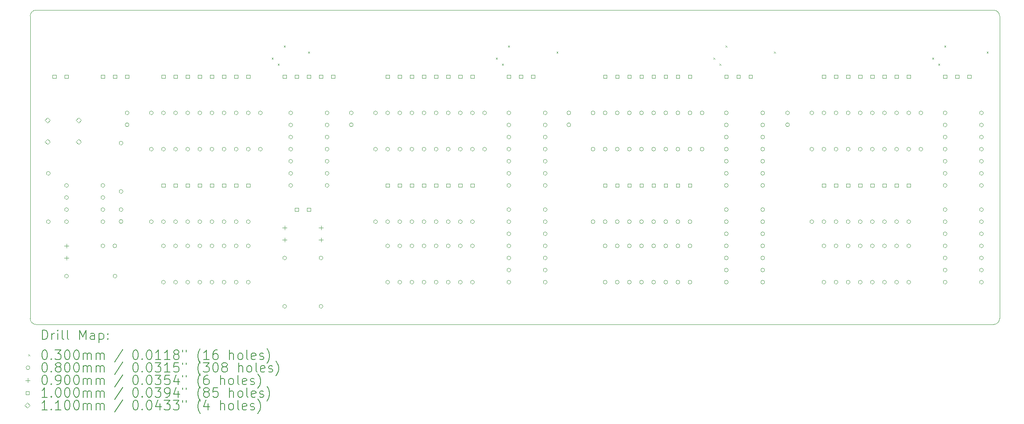
<source format=gbr>
%TF.GenerationSoftware,KiCad,Pcbnew,7.0.6*%
%TF.CreationDate,2023-07-08T12:11:27+08:00*%
%TF.ProjectId,DigitalProtoBoard,44696769-7461-46c5-9072-6f746f426f61,rev?*%
%TF.SameCoordinates,Original*%
%TF.FileFunction,Drillmap*%
%TF.FilePolarity,Positive*%
%FSLAX45Y45*%
G04 Gerber Fmt 4.5, Leading zero omitted, Abs format (unit mm)*
G04 Created by KiCad (PCBNEW 7.0.6) date 2023-07-08 12:11:27*
%MOMM*%
%LPD*%
G01*
G04 APERTURE LIST*
%ADD10C,0.100000*%
%ADD11C,0.200000*%
%ADD12C,0.030000*%
%ADD13C,0.080000*%
%ADD14C,0.090000*%
%ADD15C,0.110000*%
G04 APERTURE END LIST*
D10*
X25781000Y-6858000D02*
G75*
G03*
X25654000Y-6731000I-127000J0D01*
G01*
X5461000Y-6858000D02*
X5461000Y-13208000D01*
X25781000Y-13208000D02*
X25781000Y-6858000D01*
X5461000Y-13208000D02*
G75*
G03*
X5588000Y-13335000I127000J0D01*
G01*
X5588000Y-13335000D02*
X25654000Y-13335000D01*
X25654000Y-13335000D02*
G75*
G03*
X25781000Y-13208000I0J127000D01*
G01*
X25654000Y-6731000D02*
X5588000Y-6731000D01*
X5588000Y-6731000D02*
G75*
G03*
X5461000Y-6858000I0J-127000D01*
G01*
D11*
D12*
X10526000Y-7732000D02*
X10556000Y-7762000D01*
X10556000Y-7732000D02*
X10526000Y-7762000D01*
X10653000Y-7859000D02*
X10683000Y-7889000D01*
X10683000Y-7859000D02*
X10653000Y-7889000D01*
X10780000Y-7478000D02*
X10810000Y-7508000D01*
X10810000Y-7478000D02*
X10780000Y-7508000D01*
X11288000Y-7605000D02*
X11318000Y-7635000D01*
X11318000Y-7605000D02*
X11288000Y-7635000D01*
X15225000Y-7732000D02*
X15255000Y-7762000D01*
X15255000Y-7732000D02*
X15225000Y-7762000D01*
X15352000Y-7859000D02*
X15382000Y-7889000D01*
X15382000Y-7859000D02*
X15352000Y-7889000D01*
X15479000Y-7478000D02*
X15509000Y-7508000D01*
X15509000Y-7478000D02*
X15479000Y-7508000D01*
X16495000Y-7605000D02*
X16525000Y-7635000D01*
X16525000Y-7605000D02*
X16495000Y-7635000D01*
X19785000Y-7732000D02*
X19815000Y-7762000D01*
X19815000Y-7732000D02*
X19785000Y-7762000D01*
X19912000Y-7859000D02*
X19942000Y-7889000D01*
X19942000Y-7859000D02*
X19912000Y-7889000D01*
X20039000Y-7478000D02*
X20069000Y-7508000D01*
X20069000Y-7478000D02*
X20039000Y-7508000D01*
X21055000Y-7605000D02*
X21085000Y-7635000D01*
X21085000Y-7605000D02*
X21055000Y-7635000D01*
X24369000Y-7732000D02*
X24399000Y-7762000D01*
X24399000Y-7732000D02*
X24369000Y-7762000D01*
X24496000Y-7859000D02*
X24526000Y-7889000D01*
X24526000Y-7859000D02*
X24496000Y-7889000D01*
X24623000Y-7478000D02*
X24653000Y-7508000D01*
X24653000Y-7478000D02*
X24623000Y-7508000D01*
X25512000Y-7605000D02*
X25542000Y-7635000D01*
X25542000Y-7605000D02*
X25512000Y-7635000D01*
D13*
X5882000Y-10160000D02*
G75*
G03*
X5882000Y-10160000I-40000J0D01*
G01*
X5882000Y-11176000D02*
G75*
G03*
X5882000Y-11176000I-40000J0D01*
G01*
X6263000Y-10414000D02*
G75*
G03*
X6263000Y-10414000I-40000J0D01*
G01*
X6263000Y-10668000D02*
G75*
G03*
X6263000Y-10668000I-40000J0D01*
G01*
X6263000Y-10922000D02*
G75*
G03*
X6263000Y-10922000I-40000J0D01*
G01*
X6263000Y-11176000D02*
G75*
G03*
X6263000Y-11176000I-40000J0D01*
G01*
X6263000Y-12319000D02*
G75*
G03*
X6263000Y-12319000I-40000J0D01*
G01*
X7025000Y-10414000D02*
G75*
G03*
X7025000Y-10414000I-40000J0D01*
G01*
X7025000Y-10668000D02*
G75*
G03*
X7025000Y-10668000I-40000J0D01*
G01*
X7025000Y-10922000D02*
G75*
G03*
X7025000Y-10922000I-40000J0D01*
G01*
X7025000Y-11176000D02*
G75*
G03*
X7025000Y-11176000I-40000J0D01*
G01*
X7025000Y-11684000D02*
G75*
G03*
X7025000Y-11684000I-40000J0D01*
G01*
X7275000Y-11684000D02*
G75*
G03*
X7275000Y-11684000I-40000J0D01*
G01*
X7279000Y-12319000D02*
G75*
G03*
X7279000Y-12319000I-40000J0D01*
G01*
X7406000Y-9525000D02*
G75*
G03*
X7406000Y-9525000I-40000J0D01*
G01*
X7406000Y-10541000D02*
G75*
G03*
X7406000Y-10541000I-40000J0D01*
G01*
X7406000Y-10922000D02*
G75*
G03*
X7406000Y-10922000I-40000J0D01*
G01*
X7406000Y-11172000D02*
G75*
G03*
X7406000Y-11172000I-40000J0D01*
G01*
X7533000Y-8890000D02*
G75*
G03*
X7533000Y-8890000I-40000J0D01*
G01*
X7533000Y-9140000D02*
G75*
G03*
X7533000Y-9140000I-40000J0D01*
G01*
X8041000Y-8890000D02*
G75*
G03*
X8041000Y-8890000I-40000J0D01*
G01*
X8041000Y-9652000D02*
G75*
G03*
X8041000Y-9652000I-40000J0D01*
G01*
X8041000Y-11176000D02*
G75*
G03*
X8041000Y-11176000I-40000J0D01*
G01*
X8295000Y-8890000D02*
G75*
G03*
X8295000Y-8890000I-40000J0D01*
G01*
X8295000Y-9652000D02*
G75*
G03*
X8295000Y-9652000I-40000J0D01*
G01*
X8295000Y-11176000D02*
G75*
G03*
X8295000Y-11176000I-40000J0D01*
G01*
X8295000Y-11684000D02*
G75*
G03*
X8295000Y-11684000I-40000J0D01*
G01*
X8295000Y-12446000D02*
G75*
G03*
X8295000Y-12446000I-40000J0D01*
G01*
X8549000Y-8890000D02*
G75*
G03*
X8549000Y-8890000I-40000J0D01*
G01*
X8549000Y-9652000D02*
G75*
G03*
X8549000Y-9652000I-40000J0D01*
G01*
X8549000Y-11176000D02*
G75*
G03*
X8549000Y-11176000I-40000J0D01*
G01*
X8549000Y-11684000D02*
G75*
G03*
X8549000Y-11684000I-40000J0D01*
G01*
X8549000Y-12446000D02*
G75*
G03*
X8549000Y-12446000I-40000J0D01*
G01*
X8803000Y-8890000D02*
G75*
G03*
X8803000Y-8890000I-40000J0D01*
G01*
X8803000Y-9652000D02*
G75*
G03*
X8803000Y-9652000I-40000J0D01*
G01*
X8803000Y-11176000D02*
G75*
G03*
X8803000Y-11176000I-40000J0D01*
G01*
X8803000Y-11684000D02*
G75*
G03*
X8803000Y-11684000I-40000J0D01*
G01*
X8803000Y-12446000D02*
G75*
G03*
X8803000Y-12446000I-40000J0D01*
G01*
X9057000Y-8890000D02*
G75*
G03*
X9057000Y-8890000I-40000J0D01*
G01*
X9057000Y-9652000D02*
G75*
G03*
X9057000Y-9652000I-40000J0D01*
G01*
X9057000Y-11176000D02*
G75*
G03*
X9057000Y-11176000I-40000J0D01*
G01*
X9057000Y-11684000D02*
G75*
G03*
X9057000Y-11684000I-40000J0D01*
G01*
X9057000Y-12446000D02*
G75*
G03*
X9057000Y-12446000I-40000J0D01*
G01*
X9311000Y-8890000D02*
G75*
G03*
X9311000Y-8890000I-40000J0D01*
G01*
X9311000Y-9652000D02*
G75*
G03*
X9311000Y-9652000I-40000J0D01*
G01*
X9311000Y-11176000D02*
G75*
G03*
X9311000Y-11176000I-40000J0D01*
G01*
X9311000Y-11684000D02*
G75*
G03*
X9311000Y-11684000I-40000J0D01*
G01*
X9311000Y-12446000D02*
G75*
G03*
X9311000Y-12446000I-40000J0D01*
G01*
X9565000Y-8890000D02*
G75*
G03*
X9565000Y-8890000I-40000J0D01*
G01*
X9565000Y-9652000D02*
G75*
G03*
X9565000Y-9652000I-40000J0D01*
G01*
X9565000Y-11176000D02*
G75*
G03*
X9565000Y-11176000I-40000J0D01*
G01*
X9565000Y-11684000D02*
G75*
G03*
X9565000Y-11684000I-40000J0D01*
G01*
X9565000Y-12446000D02*
G75*
G03*
X9565000Y-12446000I-40000J0D01*
G01*
X9819000Y-8890000D02*
G75*
G03*
X9819000Y-8890000I-40000J0D01*
G01*
X9819000Y-9652000D02*
G75*
G03*
X9819000Y-9652000I-40000J0D01*
G01*
X9819000Y-11176000D02*
G75*
G03*
X9819000Y-11176000I-40000J0D01*
G01*
X9819000Y-11684000D02*
G75*
G03*
X9819000Y-11684000I-40000J0D01*
G01*
X9819000Y-12446000D02*
G75*
G03*
X9819000Y-12446000I-40000J0D01*
G01*
X10073000Y-8890000D02*
G75*
G03*
X10073000Y-8890000I-40000J0D01*
G01*
X10073000Y-9652000D02*
G75*
G03*
X10073000Y-9652000I-40000J0D01*
G01*
X10073000Y-11176000D02*
G75*
G03*
X10073000Y-11176000I-40000J0D01*
G01*
X10073000Y-11684000D02*
G75*
G03*
X10073000Y-11684000I-40000J0D01*
G01*
X10073000Y-12446000D02*
G75*
G03*
X10073000Y-12446000I-40000J0D01*
G01*
X10327000Y-8890000D02*
G75*
G03*
X10327000Y-8890000I-40000J0D01*
G01*
X10327000Y-9652000D02*
G75*
G03*
X10327000Y-9652000I-40000J0D01*
G01*
X10835000Y-11938000D02*
G75*
G03*
X10835000Y-11938000I-40000J0D01*
G01*
X10835000Y-12954000D02*
G75*
G03*
X10835000Y-12954000I-40000J0D01*
G01*
X10962000Y-8890000D02*
G75*
G03*
X10962000Y-8890000I-40000J0D01*
G01*
X10962000Y-9144000D02*
G75*
G03*
X10962000Y-9144000I-40000J0D01*
G01*
X10962000Y-9398000D02*
G75*
G03*
X10962000Y-9398000I-40000J0D01*
G01*
X10962000Y-9652000D02*
G75*
G03*
X10962000Y-9652000I-40000J0D01*
G01*
X10962000Y-9906000D02*
G75*
G03*
X10962000Y-9906000I-40000J0D01*
G01*
X10962000Y-10160000D02*
G75*
G03*
X10962000Y-10160000I-40000J0D01*
G01*
X10962000Y-10414000D02*
G75*
G03*
X10962000Y-10414000I-40000J0D01*
G01*
X11597000Y-11938000D02*
G75*
G03*
X11597000Y-11938000I-40000J0D01*
G01*
X11597000Y-12954000D02*
G75*
G03*
X11597000Y-12954000I-40000J0D01*
G01*
X11724000Y-8890000D02*
G75*
G03*
X11724000Y-8890000I-40000J0D01*
G01*
X11724000Y-9144000D02*
G75*
G03*
X11724000Y-9144000I-40000J0D01*
G01*
X11724000Y-9398000D02*
G75*
G03*
X11724000Y-9398000I-40000J0D01*
G01*
X11724000Y-9652000D02*
G75*
G03*
X11724000Y-9652000I-40000J0D01*
G01*
X11724000Y-9906000D02*
G75*
G03*
X11724000Y-9906000I-40000J0D01*
G01*
X11724000Y-10160000D02*
G75*
G03*
X11724000Y-10160000I-40000J0D01*
G01*
X11724000Y-10414000D02*
G75*
G03*
X11724000Y-10414000I-40000J0D01*
G01*
X12232000Y-8890000D02*
G75*
G03*
X12232000Y-8890000I-40000J0D01*
G01*
X12232000Y-9140000D02*
G75*
G03*
X12232000Y-9140000I-40000J0D01*
G01*
X12740000Y-8890000D02*
G75*
G03*
X12740000Y-8890000I-40000J0D01*
G01*
X12740000Y-9652000D02*
G75*
G03*
X12740000Y-9652000I-40000J0D01*
G01*
X12740000Y-11176000D02*
G75*
G03*
X12740000Y-11176000I-40000J0D01*
G01*
X12994000Y-8890000D02*
G75*
G03*
X12994000Y-8890000I-40000J0D01*
G01*
X12994000Y-9652000D02*
G75*
G03*
X12994000Y-9652000I-40000J0D01*
G01*
X12994000Y-11176000D02*
G75*
G03*
X12994000Y-11176000I-40000J0D01*
G01*
X12994000Y-11684000D02*
G75*
G03*
X12994000Y-11684000I-40000J0D01*
G01*
X12994000Y-12446000D02*
G75*
G03*
X12994000Y-12446000I-40000J0D01*
G01*
X13248000Y-8890000D02*
G75*
G03*
X13248000Y-8890000I-40000J0D01*
G01*
X13248000Y-9652000D02*
G75*
G03*
X13248000Y-9652000I-40000J0D01*
G01*
X13248000Y-11176000D02*
G75*
G03*
X13248000Y-11176000I-40000J0D01*
G01*
X13248000Y-11684000D02*
G75*
G03*
X13248000Y-11684000I-40000J0D01*
G01*
X13248000Y-12446000D02*
G75*
G03*
X13248000Y-12446000I-40000J0D01*
G01*
X13502000Y-8890000D02*
G75*
G03*
X13502000Y-8890000I-40000J0D01*
G01*
X13502000Y-9652000D02*
G75*
G03*
X13502000Y-9652000I-40000J0D01*
G01*
X13502000Y-11176000D02*
G75*
G03*
X13502000Y-11176000I-40000J0D01*
G01*
X13502000Y-11684000D02*
G75*
G03*
X13502000Y-11684000I-40000J0D01*
G01*
X13502000Y-12446000D02*
G75*
G03*
X13502000Y-12446000I-40000J0D01*
G01*
X13756000Y-8890000D02*
G75*
G03*
X13756000Y-8890000I-40000J0D01*
G01*
X13756000Y-9652000D02*
G75*
G03*
X13756000Y-9652000I-40000J0D01*
G01*
X13756000Y-11176000D02*
G75*
G03*
X13756000Y-11176000I-40000J0D01*
G01*
X13756000Y-11684000D02*
G75*
G03*
X13756000Y-11684000I-40000J0D01*
G01*
X13756000Y-12446000D02*
G75*
G03*
X13756000Y-12446000I-40000J0D01*
G01*
X14010000Y-8890000D02*
G75*
G03*
X14010000Y-8890000I-40000J0D01*
G01*
X14010000Y-9652000D02*
G75*
G03*
X14010000Y-9652000I-40000J0D01*
G01*
X14010000Y-11176000D02*
G75*
G03*
X14010000Y-11176000I-40000J0D01*
G01*
X14010000Y-11684000D02*
G75*
G03*
X14010000Y-11684000I-40000J0D01*
G01*
X14010000Y-12446000D02*
G75*
G03*
X14010000Y-12446000I-40000J0D01*
G01*
X14264000Y-8890000D02*
G75*
G03*
X14264000Y-8890000I-40000J0D01*
G01*
X14264000Y-9652000D02*
G75*
G03*
X14264000Y-9652000I-40000J0D01*
G01*
X14264000Y-11176000D02*
G75*
G03*
X14264000Y-11176000I-40000J0D01*
G01*
X14264000Y-11684000D02*
G75*
G03*
X14264000Y-11684000I-40000J0D01*
G01*
X14264000Y-12446000D02*
G75*
G03*
X14264000Y-12446000I-40000J0D01*
G01*
X14518000Y-8890000D02*
G75*
G03*
X14518000Y-8890000I-40000J0D01*
G01*
X14518000Y-9652000D02*
G75*
G03*
X14518000Y-9652000I-40000J0D01*
G01*
X14518000Y-11176000D02*
G75*
G03*
X14518000Y-11176000I-40000J0D01*
G01*
X14518000Y-11684000D02*
G75*
G03*
X14518000Y-11684000I-40000J0D01*
G01*
X14518000Y-12446000D02*
G75*
G03*
X14518000Y-12446000I-40000J0D01*
G01*
X14772000Y-8890000D02*
G75*
G03*
X14772000Y-8890000I-40000J0D01*
G01*
X14772000Y-9652000D02*
G75*
G03*
X14772000Y-9652000I-40000J0D01*
G01*
X14772000Y-11176000D02*
G75*
G03*
X14772000Y-11176000I-40000J0D01*
G01*
X14772000Y-11684000D02*
G75*
G03*
X14772000Y-11684000I-40000J0D01*
G01*
X14772000Y-12446000D02*
G75*
G03*
X14772000Y-12446000I-40000J0D01*
G01*
X15026000Y-8890000D02*
G75*
G03*
X15026000Y-8890000I-40000J0D01*
G01*
X15026000Y-9652000D02*
G75*
G03*
X15026000Y-9652000I-40000J0D01*
G01*
X15534000Y-8890000D02*
G75*
G03*
X15534000Y-8890000I-40000J0D01*
G01*
X15534000Y-9144000D02*
G75*
G03*
X15534000Y-9144000I-40000J0D01*
G01*
X15534000Y-9398000D02*
G75*
G03*
X15534000Y-9398000I-40000J0D01*
G01*
X15534000Y-9652000D02*
G75*
G03*
X15534000Y-9652000I-40000J0D01*
G01*
X15534000Y-9906000D02*
G75*
G03*
X15534000Y-9906000I-40000J0D01*
G01*
X15534000Y-10160000D02*
G75*
G03*
X15534000Y-10160000I-40000J0D01*
G01*
X15534000Y-10414000D02*
G75*
G03*
X15534000Y-10414000I-40000J0D01*
G01*
X15534000Y-10922000D02*
G75*
G03*
X15534000Y-10922000I-40000J0D01*
G01*
X15534000Y-11176000D02*
G75*
G03*
X15534000Y-11176000I-40000J0D01*
G01*
X15534000Y-11430000D02*
G75*
G03*
X15534000Y-11430000I-40000J0D01*
G01*
X15534000Y-11684000D02*
G75*
G03*
X15534000Y-11684000I-40000J0D01*
G01*
X15534000Y-11938000D02*
G75*
G03*
X15534000Y-11938000I-40000J0D01*
G01*
X15534000Y-12192000D02*
G75*
G03*
X15534000Y-12192000I-40000J0D01*
G01*
X15534000Y-12446000D02*
G75*
G03*
X15534000Y-12446000I-40000J0D01*
G01*
X16296000Y-8890000D02*
G75*
G03*
X16296000Y-8890000I-40000J0D01*
G01*
X16296000Y-9144000D02*
G75*
G03*
X16296000Y-9144000I-40000J0D01*
G01*
X16296000Y-9398000D02*
G75*
G03*
X16296000Y-9398000I-40000J0D01*
G01*
X16296000Y-9652000D02*
G75*
G03*
X16296000Y-9652000I-40000J0D01*
G01*
X16296000Y-9906000D02*
G75*
G03*
X16296000Y-9906000I-40000J0D01*
G01*
X16296000Y-10160000D02*
G75*
G03*
X16296000Y-10160000I-40000J0D01*
G01*
X16296000Y-10414000D02*
G75*
G03*
X16296000Y-10414000I-40000J0D01*
G01*
X16296000Y-10922000D02*
G75*
G03*
X16296000Y-10922000I-40000J0D01*
G01*
X16296000Y-11176000D02*
G75*
G03*
X16296000Y-11176000I-40000J0D01*
G01*
X16296000Y-11430000D02*
G75*
G03*
X16296000Y-11430000I-40000J0D01*
G01*
X16296000Y-11684000D02*
G75*
G03*
X16296000Y-11684000I-40000J0D01*
G01*
X16296000Y-11938000D02*
G75*
G03*
X16296000Y-11938000I-40000J0D01*
G01*
X16296000Y-12192000D02*
G75*
G03*
X16296000Y-12192000I-40000J0D01*
G01*
X16296000Y-12446000D02*
G75*
G03*
X16296000Y-12446000I-40000J0D01*
G01*
X16792000Y-8890000D02*
G75*
G03*
X16792000Y-8890000I-40000J0D01*
G01*
X16792000Y-9140000D02*
G75*
G03*
X16792000Y-9140000I-40000J0D01*
G01*
X17300000Y-8890000D02*
G75*
G03*
X17300000Y-8890000I-40000J0D01*
G01*
X17300000Y-9652000D02*
G75*
G03*
X17300000Y-9652000I-40000J0D01*
G01*
X17300000Y-11176000D02*
G75*
G03*
X17300000Y-11176000I-40000J0D01*
G01*
X17554000Y-8890000D02*
G75*
G03*
X17554000Y-8890000I-40000J0D01*
G01*
X17554000Y-9652000D02*
G75*
G03*
X17554000Y-9652000I-40000J0D01*
G01*
X17554000Y-11176000D02*
G75*
G03*
X17554000Y-11176000I-40000J0D01*
G01*
X17554000Y-11684000D02*
G75*
G03*
X17554000Y-11684000I-40000J0D01*
G01*
X17554000Y-12446000D02*
G75*
G03*
X17554000Y-12446000I-40000J0D01*
G01*
X17808000Y-8890000D02*
G75*
G03*
X17808000Y-8890000I-40000J0D01*
G01*
X17808000Y-9652000D02*
G75*
G03*
X17808000Y-9652000I-40000J0D01*
G01*
X17808000Y-11176000D02*
G75*
G03*
X17808000Y-11176000I-40000J0D01*
G01*
X17808000Y-11684000D02*
G75*
G03*
X17808000Y-11684000I-40000J0D01*
G01*
X17808000Y-12446000D02*
G75*
G03*
X17808000Y-12446000I-40000J0D01*
G01*
X18062000Y-8890000D02*
G75*
G03*
X18062000Y-8890000I-40000J0D01*
G01*
X18062000Y-9652000D02*
G75*
G03*
X18062000Y-9652000I-40000J0D01*
G01*
X18062000Y-11176000D02*
G75*
G03*
X18062000Y-11176000I-40000J0D01*
G01*
X18062000Y-11684000D02*
G75*
G03*
X18062000Y-11684000I-40000J0D01*
G01*
X18062000Y-12446000D02*
G75*
G03*
X18062000Y-12446000I-40000J0D01*
G01*
X18316000Y-8890000D02*
G75*
G03*
X18316000Y-8890000I-40000J0D01*
G01*
X18316000Y-9652000D02*
G75*
G03*
X18316000Y-9652000I-40000J0D01*
G01*
X18316000Y-11176000D02*
G75*
G03*
X18316000Y-11176000I-40000J0D01*
G01*
X18316000Y-11684000D02*
G75*
G03*
X18316000Y-11684000I-40000J0D01*
G01*
X18316000Y-12446000D02*
G75*
G03*
X18316000Y-12446000I-40000J0D01*
G01*
X18570000Y-8890000D02*
G75*
G03*
X18570000Y-8890000I-40000J0D01*
G01*
X18570000Y-9652000D02*
G75*
G03*
X18570000Y-9652000I-40000J0D01*
G01*
X18570000Y-11176000D02*
G75*
G03*
X18570000Y-11176000I-40000J0D01*
G01*
X18570000Y-11684000D02*
G75*
G03*
X18570000Y-11684000I-40000J0D01*
G01*
X18570000Y-12446000D02*
G75*
G03*
X18570000Y-12446000I-40000J0D01*
G01*
X18824000Y-8890000D02*
G75*
G03*
X18824000Y-8890000I-40000J0D01*
G01*
X18824000Y-9652000D02*
G75*
G03*
X18824000Y-9652000I-40000J0D01*
G01*
X18824000Y-11176000D02*
G75*
G03*
X18824000Y-11176000I-40000J0D01*
G01*
X18824000Y-11684000D02*
G75*
G03*
X18824000Y-11684000I-40000J0D01*
G01*
X18824000Y-12446000D02*
G75*
G03*
X18824000Y-12446000I-40000J0D01*
G01*
X19078000Y-8890000D02*
G75*
G03*
X19078000Y-8890000I-40000J0D01*
G01*
X19078000Y-9652000D02*
G75*
G03*
X19078000Y-9652000I-40000J0D01*
G01*
X19078000Y-11176000D02*
G75*
G03*
X19078000Y-11176000I-40000J0D01*
G01*
X19078000Y-11684000D02*
G75*
G03*
X19078000Y-11684000I-40000J0D01*
G01*
X19078000Y-12446000D02*
G75*
G03*
X19078000Y-12446000I-40000J0D01*
G01*
X19332000Y-8890000D02*
G75*
G03*
X19332000Y-8890000I-40000J0D01*
G01*
X19332000Y-9652000D02*
G75*
G03*
X19332000Y-9652000I-40000J0D01*
G01*
X19332000Y-11176000D02*
G75*
G03*
X19332000Y-11176000I-40000J0D01*
G01*
X19332000Y-11684000D02*
G75*
G03*
X19332000Y-11684000I-40000J0D01*
G01*
X19332000Y-12446000D02*
G75*
G03*
X19332000Y-12446000I-40000J0D01*
G01*
X19586000Y-8890000D02*
G75*
G03*
X19586000Y-8890000I-40000J0D01*
G01*
X19586000Y-9652000D02*
G75*
G03*
X19586000Y-9652000I-40000J0D01*
G01*
X20094000Y-8890000D02*
G75*
G03*
X20094000Y-8890000I-40000J0D01*
G01*
X20094000Y-9144000D02*
G75*
G03*
X20094000Y-9144000I-40000J0D01*
G01*
X20094000Y-9398000D02*
G75*
G03*
X20094000Y-9398000I-40000J0D01*
G01*
X20094000Y-9652000D02*
G75*
G03*
X20094000Y-9652000I-40000J0D01*
G01*
X20094000Y-9906000D02*
G75*
G03*
X20094000Y-9906000I-40000J0D01*
G01*
X20094000Y-10160000D02*
G75*
G03*
X20094000Y-10160000I-40000J0D01*
G01*
X20094000Y-10414000D02*
G75*
G03*
X20094000Y-10414000I-40000J0D01*
G01*
X20094000Y-10922000D02*
G75*
G03*
X20094000Y-10922000I-40000J0D01*
G01*
X20094000Y-11176000D02*
G75*
G03*
X20094000Y-11176000I-40000J0D01*
G01*
X20094000Y-11430000D02*
G75*
G03*
X20094000Y-11430000I-40000J0D01*
G01*
X20094000Y-11684000D02*
G75*
G03*
X20094000Y-11684000I-40000J0D01*
G01*
X20094000Y-11938000D02*
G75*
G03*
X20094000Y-11938000I-40000J0D01*
G01*
X20094000Y-12192000D02*
G75*
G03*
X20094000Y-12192000I-40000J0D01*
G01*
X20094000Y-12446000D02*
G75*
G03*
X20094000Y-12446000I-40000J0D01*
G01*
X20856000Y-8890000D02*
G75*
G03*
X20856000Y-8890000I-40000J0D01*
G01*
X20856000Y-9144000D02*
G75*
G03*
X20856000Y-9144000I-40000J0D01*
G01*
X20856000Y-9398000D02*
G75*
G03*
X20856000Y-9398000I-40000J0D01*
G01*
X20856000Y-9652000D02*
G75*
G03*
X20856000Y-9652000I-40000J0D01*
G01*
X20856000Y-9906000D02*
G75*
G03*
X20856000Y-9906000I-40000J0D01*
G01*
X20856000Y-10160000D02*
G75*
G03*
X20856000Y-10160000I-40000J0D01*
G01*
X20856000Y-10414000D02*
G75*
G03*
X20856000Y-10414000I-40000J0D01*
G01*
X20856000Y-10922000D02*
G75*
G03*
X20856000Y-10922000I-40000J0D01*
G01*
X20856000Y-11176000D02*
G75*
G03*
X20856000Y-11176000I-40000J0D01*
G01*
X20856000Y-11430000D02*
G75*
G03*
X20856000Y-11430000I-40000J0D01*
G01*
X20856000Y-11684000D02*
G75*
G03*
X20856000Y-11684000I-40000J0D01*
G01*
X20856000Y-11938000D02*
G75*
G03*
X20856000Y-11938000I-40000J0D01*
G01*
X20856000Y-12192000D02*
G75*
G03*
X20856000Y-12192000I-40000J0D01*
G01*
X20856000Y-12446000D02*
G75*
G03*
X20856000Y-12446000I-40000J0D01*
G01*
X21376000Y-8890000D02*
G75*
G03*
X21376000Y-8890000I-40000J0D01*
G01*
X21376000Y-9140000D02*
G75*
G03*
X21376000Y-9140000I-40000J0D01*
G01*
X21884000Y-8890000D02*
G75*
G03*
X21884000Y-8890000I-40000J0D01*
G01*
X21884000Y-9652000D02*
G75*
G03*
X21884000Y-9652000I-40000J0D01*
G01*
X21884000Y-11176000D02*
G75*
G03*
X21884000Y-11176000I-40000J0D01*
G01*
X22138000Y-8890000D02*
G75*
G03*
X22138000Y-8890000I-40000J0D01*
G01*
X22138000Y-9652000D02*
G75*
G03*
X22138000Y-9652000I-40000J0D01*
G01*
X22138000Y-11176000D02*
G75*
G03*
X22138000Y-11176000I-40000J0D01*
G01*
X22138000Y-11684000D02*
G75*
G03*
X22138000Y-11684000I-40000J0D01*
G01*
X22138000Y-12446000D02*
G75*
G03*
X22138000Y-12446000I-40000J0D01*
G01*
X22392000Y-8890000D02*
G75*
G03*
X22392000Y-8890000I-40000J0D01*
G01*
X22392000Y-9652000D02*
G75*
G03*
X22392000Y-9652000I-40000J0D01*
G01*
X22392000Y-11176000D02*
G75*
G03*
X22392000Y-11176000I-40000J0D01*
G01*
X22392000Y-11684000D02*
G75*
G03*
X22392000Y-11684000I-40000J0D01*
G01*
X22392000Y-12446000D02*
G75*
G03*
X22392000Y-12446000I-40000J0D01*
G01*
X22646000Y-8890000D02*
G75*
G03*
X22646000Y-8890000I-40000J0D01*
G01*
X22646000Y-9652000D02*
G75*
G03*
X22646000Y-9652000I-40000J0D01*
G01*
X22646000Y-11176000D02*
G75*
G03*
X22646000Y-11176000I-40000J0D01*
G01*
X22646000Y-11684000D02*
G75*
G03*
X22646000Y-11684000I-40000J0D01*
G01*
X22646000Y-12446000D02*
G75*
G03*
X22646000Y-12446000I-40000J0D01*
G01*
X22900000Y-8890000D02*
G75*
G03*
X22900000Y-8890000I-40000J0D01*
G01*
X22900000Y-9652000D02*
G75*
G03*
X22900000Y-9652000I-40000J0D01*
G01*
X22900000Y-11176000D02*
G75*
G03*
X22900000Y-11176000I-40000J0D01*
G01*
X22900000Y-11684000D02*
G75*
G03*
X22900000Y-11684000I-40000J0D01*
G01*
X22900000Y-12446000D02*
G75*
G03*
X22900000Y-12446000I-40000J0D01*
G01*
X23154000Y-8890000D02*
G75*
G03*
X23154000Y-8890000I-40000J0D01*
G01*
X23154000Y-9652000D02*
G75*
G03*
X23154000Y-9652000I-40000J0D01*
G01*
X23154000Y-11176000D02*
G75*
G03*
X23154000Y-11176000I-40000J0D01*
G01*
X23154000Y-11684000D02*
G75*
G03*
X23154000Y-11684000I-40000J0D01*
G01*
X23154000Y-12446000D02*
G75*
G03*
X23154000Y-12446000I-40000J0D01*
G01*
X23408000Y-8890000D02*
G75*
G03*
X23408000Y-8890000I-40000J0D01*
G01*
X23408000Y-9652000D02*
G75*
G03*
X23408000Y-9652000I-40000J0D01*
G01*
X23408000Y-11176000D02*
G75*
G03*
X23408000Y-11176000I-40000J0D01*
G01*
X23408000Y-11684000D02*
G75*
G03*
X23408000Y-11684000I-40000J0D01*
G01*
X23408000Y-12446000D02*
G75*
G03*
X23408000Y-12446000I-40000J0D01*
G01*
X23662000Y-8890000D02*
G75*
G03*
X23662000Y-8890000I-40000J0D01*
G01*
X23662000Y-9652000D02*
G75*
G03*
X23662000Y-9652000I-40000J0D01*
G01*
X23662000Y-11176000D02*
G75*
G03*
X23662000Y-11176000I-40000J0D01*
G01*
X23662000Y-11684000D02*
G75*
G03*
X23662000Y-11684000I-40000J0D01*
G01*
X23662000Y-12446000D02*
G75*
G03*
X23662000Y-12446000I-40000J0D01*
G01*
X23916000Y-8890000D02*
G75*
G03*
X23916000Y-8890000I-40000J0D01*
G01*
X23916000Y-9652000D02*
G75*
G03*
X23916000Y-9652000I-40000J0D01*
G01*
X23916000Y-11176000D02*
G75*
G03*
X23916000Y-11176000I-40000J0D01*
G01*
X23916000Y-11684000D02*
G75*
G03*
X23916000Y-11684000I-40000J0D01*
G01*
X23916000Y-12446000D02*
G75*
G03*
X23916000Y-12446000I-40000J0D01*
G01*
X24170000Y-8890000D02*
G75*
G03*
X24170000Y-8890000I-40000J0D01*
G01*
X24170000Y-9652000D02*
G75*
G03*
X24170000Y-9652000I-40000J0D01*
G01*
X24678000Y-8890000D02*
G75*
G03*
X24678000Y-8890000I-40000J0D01*
G01*
X24678000Y-9144000D02*
G75*
G03*
X24678000Y-9144000I-40000J0D01*
G01*
X24678000Y-9398000D02*
G75*
G03*
X24678000Y-9398000I-40000J0D01*
G01*
X24678000Y-9652000D02*
G75*
G03*
X24678000Y-9652000I-40000J0D01*
G01*
X24678000Y-9906000D02*
G75*
G03*
X24678000Y-9906000I-40000J0D01*
G01*
X24678000Y-10160000D02*
G75*
G03*
X24678000Y-10160000I-40000J0D01*
G01*
X24678000Y-10414000D02*
G75*
G03*
X24678000Y-10414000I-40000J0D01*
G01*
X24678000Y-10922000D02*
G75*
G03*
X24678000Y-10922000I-40000J0D01*
G01*
X24678000Y-11176000D02*
G75*
G03*
X24678000Y-11176000I-40000J0D01*
G01*
X24678000Y-11430000D02*
G75*
G03*
X24678000Y-11430000I-40000J0D01*
G01*
X24678000Y-11684000D02*
G75*
G03*
X24678000Y-11684000I-40000J0D01*
G01*
X24678000Y-11938000D02*
G75*
G03*
X24678000Y-11938000I-40000J0D01*
G01*
X24678000Y-12192000D02*
G75*
G03*
X24678000Y-12192000I-40000J0D01*
G01*
X24678000Y-12446000D02*
G75*
G03*
X24678000Y-12446000I-40000J0D01*
G01*
X25440000Y-8890000D02*
G75*
G03*
X25440000Y-8890000I-40000J0D01*
G01*
X25440000Y-9144000D02*
G75*
G03*
X25440000Y-9144000I-40000J0D01*
G01*
X25440000Y-9398000D02*
G75*
G03*
X25440000Y-9398000I-40000J0D01*
G01*
X25440000Y-9652000D02*
G75*
G03*
X25440000Y-9652000I-40000J0D01*
G01*
X25440000Y-9906000D02*
G75*
G03*
X25440000Y-9906000I-40000J0D01*
G01*
X25440000Y-10160000D02*
G75*
G03*
X25440000Y-10160000I-40000J0D01*
G01*
X25440000Y-10414000D02*
G75*
G03*
X25440000Y-10414000I-40000J0D01*
G01*
X25440000Y-10922000D02*
G75*
G03*
X25440000Y-10922000I-40000J0D01*
G01*
X25440000Y-11176000D02*
G75*
G03*
X25440000Y-11176000I-40000J0D01*
G01*
X25440000Y-11430000D02*
G75*
G03*
X25440000Y-11430000I-40000J0D01*
G01*
X25440000Y-11684000D02*
G75*
G03*
X25440000Y-11684000I-40000J0D01*
G01*
X25440000Y-11938000D02*
G75*
G03*
X25440000Y-11938000I-40000J0D01*
G01*
X25440000Y-12192000D02*
G75*
G03*
X25440000Y-12192000I-40000J0D01*
G01*
X25440000Y-12446000D02*
G75*
G03*
X25440000Y-12446000I-40000J0D01*
G01*
D14*
X6223000Y-11639000D02*
X6223000Y-11729000D01*
X6178000Y-11684000D02*
X6268000Y-11684000D01*
X6223000Y-11893000D02*
X6223000Y-11983000D01*
X6178000Y-11938000D02*
X6268000Y-11938000D01*
X10795000Y-11258000D02*
X10795000Y-11348000D01*
X10750000Y-11303000D02*
X10840000Y-11303000D01*
X10795000Y-11512000D02*
X10795000Y-11602000D01*
X10750000Y-11557000D02*
X10840000Y-11557000D01*
X11557000Y-11258000D02*
X11557000Y-11348000D01*
X11512000Y-11303000D02*
X11602000Y-11303000D01*
X11557000Y-11512000D02*
X11557000Y-11602000D01*
X11512000Y-11557000D02*
X11602000Y-11557000D01*
D10*
X6004356Y-8163356D02*
X6004356Y-8092644D01*
X5933644Y-8092644D01*
X5933644Y-8163356D01*
X6004356Y-8163356D01*
X6258356Y-8163356D02*
X6258356Y-8092644D01*
X6187644Y-8092644D01*
X6187644Y-8163356D01*
X6258356Y-8163356D01*
X7020356Y-8163356D02*
X7020356Y-8092644D01*
X6949644Y-8092644D01*
X6949644Y-8163356D01*
X7020356Y-8163356D01*
X7274356Y-8163356D02*
X7274356Y-8092644D01*
X7203644Y-8092644D01*
X7203644Y-8163356D01*
X7274356Y-8163356D01*
X7528356Y-8163356D02*
X7528356Y-8092644D01*
X7457644Y-8092644D01*
X7457644Y-8163356D01*
X7528356Y-8163356D01*
X8290356Y-8163356D02*
X8290356Y-8092644D01*
X8219644Y-8092644D01*
X8219644Y-8163356D01*
X8290356Y-8163356D01*
X8290356Y-10449356D02*
X8290356Y-10378644D01*
X8219644Y-10378644D01*
X8219644Y-10449356D01*
X8290356Y-10449356D01*
X8544356Y-8163356D02*
X8544356Y-8092644D01*
X8473644Y-8092644D01*
X8473644Y-8163356D01*
X8544356Y-8163356D01*
X8544356Y-10449356D02*
X8544356Y-10378644D01*
X8473644Y-10378644D01*
X8473644Y-10449356D01*
X8544356Y-10449356D01*
X8798356Y-8163356D02*
X8798356Y-8092644D01*
X8727644Y-8092644D01*
X8727644Y-8163356D01*
X8798356Y-8163356D01*
X8798356Y-10449356D02*
X8798356Y-10378644D01*
X8727644Y-10378644D01*
X8727644Y-10449356D01*
X8798356Y-10449356D01*
X9052356Y-8163356D02*
X9052356Y-8092644D01*
X8981644Y-8092644D01*
X8981644Y-8163356D01*
X9052356Y-8163356D01*
X9052356Y-10449356D02*
X9052356Y-10378644D01*
X8981644Y-10378644D01*
X8981644Y-10449356D01*
X9052356Y-10449356D01*
X9306356Y-8163356D02*
X9306356Y-8092644D01*
X9235644Y-8092644D01*
X9235644Y-8163356D01*
X9306356Y-8163356D01*
X9306356Y-10449356D02*
X9306356Y-10378644D01*
X9235644Y-10378644D01*
X9235644Y-10449356D01*
X9306356Y-10449356D01*
X9560356Y-8163356D02*
X9560356Y-8092644D01*
X9489644Y-8092644D01*
X9489644Y-8163356D01*
X9560356Y-8163356D01*
X9560356Y-10449356D02*
X9560356Y-10378644D01*
X9489644Y-10378644D01*
X9489644Y-10449356D01*
X9560356Y-10449356D01*
X9814356Y-8163356D02*
X9814356Y-8092644D01*
X9743644Y-8092644D01*
X9743644Y-8163356D01*
X9814356Y-8163356D01*
X9814356Y-10449356D02*
X9814356Y-10378644D01*
X9743644Y-10378644D01*
X9743644Y-10449356D01*
X9814356Y-10449356D01*
X10068356Y-8163356D02*
X10068356Y-8092644D01*
X9997644Y-8092644D01*
X9997644Y-8163356D01*
X10068356Y-8163356D01*
X10068356Y-10449356D02*
X10068356Y-10378644D01*
X9997644Y-10378644D01*
X9997644Y-10449356D01*
X10068356Y-10449356D01*
X10830356Y-8163356D02*
X10830356Y-8092644D01*
X10759644Y-8092644D01*
X10759644Y-8163356D01*
X10830356Y-8163356D01*
X11084356Y-8163356D02*
X11084356Y-8092644D01*
X11013644Y-8092644D01*
X11013644Y-8163356D01*
X11084356Y-8163356D01*
X11084356Y-10957356D02*
X11084356Y-10886644D01*
X11013644Y-10886644D01*
X11013644Y-10957356D01*
X11084356Y-10957356D01*
X11338356Y-8163356D02*
X11338356Y-8092644D01*
X11267644Y-8092644D01*
X11267644Y-8163356D01*
X11338356Y-8163356D01*
X11338356Y-10957356D02*
X11338356Y-10886644D01*
X11267644Y-10886644D01*
X11267644Y-10957356D01*
X11338356Y-10957356D01*
X11592356Y-8163356D02*
X11592356Y-8092644D01*
X11521644Y-8092644D01*
X11521644Y-8163356D01*
X11592356Y-8163356D01*
X11846356Y-8163356D02*
X11846356Y-8092644D01*
X11775644Y-8092644D01*
X11775644Y-8163356D01*
X11846356Y-8163356D01*
X12989356Y-8163356D02*
X12989356Y-8092644D01*
X12918644Y-8092644D01*
X12918644Y-8163356D01*
X12989356Y-8163356D01*
X12989356Y-10449356D02*
X12989356Y-10378644D01*
X12918644Y-10378644D01*
X12918644Y-10449356D01*
X12989356Y-10449356D01*
X13243356Y-8163356D02*
X13243356Y-8092644D01*
X13172644Y-8092644D01*
X13172644Y-8163356D01*
X13243356Y-8163356D01*
X13243356Y-10449356D02*
X13243356Y-10378644D01*
X13172644Y-10378644D01*
X13172644Y-10449356D01*
X13243356Y-10449356D01*
X13497356Y-8163356D02*
X13497356Y-8092644D01*
X13426644Y-8092644D01*
X13426644Y-8163356D01*
X13497356Y-8163356D01*
X13497356Y-10449356D02*
X13497356Y-10378644D01*
X13426644Y-10378644D01*
X13426644Y-10449356D01*
X13497356Y-10449356D01*
X13751356Y-8163356D02*
X13751356Y-8092644D01*
X13680644Y-8092644D01*
X13680644Y-8163356D01*
X13751356Y-8163356D01*
X13751356Y-10449356D02*
X13751356Y-10378644D01*
X13680644Y-10378644D01*
X13680644Y-10449356D01*
X13751356Y-10449356D01*
X14005356Y-8163356D02*
X14005356Y-8092644D01*
X13934644Y-8092644D01*
X13934644Y-8163356D01*
X14005356Y-8163356D01*
X14005356Y-10449356D02*
X14005356Y-10378644D01*
X13934644Y-10378644D01*
X13934644Y-10449356D01*
X14005356Y-10449356D01*
X14259356Y-8163356D02*
X14259356Y-8092644D01*
X14188644Y-8092644D01*
X14188644Y-8163356D01*
X14259356Y-8163356D01*
X14259356Y-10449356D02*
X14259356Y-10378644D01*
X14188644Y-10378644D01*
X14188644Y-10449356D01*
X14259356Y-10449356D01*
X14513356Y-8163356D02*
X14513356Y-8092644D01*
X14442644Y-8092644D01*
X14442644Y-8163356D01*
X14513356Y-8163356D01*
X14513356Y-10449356D02*
X14513356Y-10378644D01*
X14442644Y-10378644D01*
X14442644Y-10449356D01*
X14513356Y-10449356D01*
X14767356Y-8163356D02*
X14767356Y-8092644D01*
X14696644Y-8092644D01*
X14696644Y-8163356D01*
X14767356Y-8163356D01*
X14767356Y-10449356D02*
X14767356Y-10378644D01*
X14696644Y-10378644D01*
X14696644Y-10449356D01*
X14767356Y-10449356D01*
X15529356Y-8163356D02*
X15529356Y-8092644D01*
X15458644Y-8092644D01*
X15458644Y-8163356D01*
X15529356Y-8163356D01*
X15783356Y-8163356D02*
X15783356Y-8092644D01*
X15712644Y-8092644D01*
X15712644Y-8163356D01*
X15783356Y-8163356D01*
X16037356Y-8163356D02*
X16037356Y-8092644D01*
X15966644Y-8092644D01*
X15966644Y-8163356D01*
X16037356Y-8163356D01*
X17549356Y-8163356D02*
X17549356Y-8092644D01*
X17478644Y-8092644D01*
X17478644Y-8163356D01*
X17549356Y-8163356D01*
X17549356Y-10449356D02*
X17549356Y-10378644D01*
X17478644Y-10378644D01*
X17478644Y-10449356D01*
X17549356Y-10449356D01*
X17803356Y-8163356D02*
X17803356Y-8092644D01*
X17732644Y-8092644D01*
X17732644Y-8163356D01*
X17803356Y-8163356D01*
X17803356Y-10449356D02*
X17803356Y-10378644D01*
X17732644Y-10378644D01*
X17732644Y-10449356D01*
X17803356Y-10449356D01*
X18057356Y-8163356D02*
X18057356Y-8092644D01*
X17986644Y-8092644D01*
X17986644Y-8163356D01*
X18057356Y-8163356D01*
X18057356Y-10449356D02*
X18057356Y-10378644D01*
X17986644Y-10378644D01*
X17986644Y-10449356D01*
X18057356Y-10449356D01*
X18311356Y-8163356D02*
X18311356Y-8092644D01*
X18240644Y-8092644D01*
X18240644Y-8163356D01*
X18311356Y-8163356D01*
X18311356Y-10449356D02*
X18311356Y-10378644D01*
X18240644Y-10378644D01*
X18240644Y-10449356D01*
X18311356Y-10449356D01*
X18565356Y-8163356D02*
X18565356Y-8092644D01*
X18494644Y-8092644D01*
X18494644Y-8163356D01*
X18565356Y-8163356D01*
X18565356Y-10449356D02*
X18565356Y-10378644D01*
X18494644Y-10378644D01*
X18494644Y-10449356D01*
X18565356Y-10449356D01*
X18819356Y-8163356D02*
X18819356Y-8092644D01*
X18748644Y-8092644D01*
X18748644Y-8163356D01*
X18819356Y-8163356D01*
X18819356Y-10449356D02*
X18819356Y-10378644D01*
X18748644Y-10378644D01*
X18748644Y-10449356D01*
X18819356Y-10449356D01*
X19073356Y-8163356D02*
X19073356Y-8092644D01*
X19002644Y-8092644D01*
X19002644Y-8163356D01*
X19073356Y-8163356D01*
X19073356Y-10449356D02*
X19073356Y-10378644D01*
X19002644Y-10378644D01*
X19002644Y-10449356D01*
X19073356Y-10449356D01*
X19327356Y-8163356D02*
X19327356Y-8092644D01*
X19256644Y-8092644D01*
X19256644Y-8163356D01*
X19327356Y-8163356D01*
X19327356Y-10449356D02*
X19327356Y-10378644D01*
X19256644Y-10378644D01*
X19256644Y-10449356D01*
X19327356Y-10449356D01*
X20089356Y-8163356D02*
X20089356Y-8092644D01*
X20018644Y-8092644D01*
X20018644Y-8163356D01*
X20089356Y-8163356D01*
X20343356Y-8163356D02*
X20343356Y-8092644D01*
X20272644Y-8092644D01*
X20272644Y-8163356D01*
X20343356Y-8163356D01*
X20597356Y-8163356D02*
X20597356Y-8092644D01*
X20526644Y-8092644D01*
X20526644Y-8163356D01*
X20597356Y-8163356D01*
X22133356Y-8163356D02*
X22133356Y-8092644D01*
X22062644Y-8092644D01*
X22062644Y-8163356D01*
X22133356Y-8163356D01*
X22133356Y-10449356D02*
X22133356Y-10378644D01*
X22062644Y-10378644D01*
X22062644Y-10449356D01*
X22133356Y-10449356D01*
X22387356Y-8163356D02*
X22387356Y-8092644D01*
X22316644Y-8092644D01*
X22316644Y-8163356D01*
X22387356Y-8163356D01*
X22387356Y-10449356D02*
X22387356Y-10378644D01*
X22316644Y-10378644D01*
X22316644Y-10449356D01*
X22387356Y-10449356D01*
X22641356Y-8163356D02*
X22641356Y-8092644D01*
X22570644Y-8092644D01*
X22570644Y-8163356D01*
X22641356Y-8163356D01*
X22641356Y-10449356D02*
X22641356Y-10378644D01*
X22570644Y-10378644D01*
X22570644Y-10449356D01*
X22641356Y-10449356D01*
X22895356Y-8163356D02*
X22895356Y-8092644D01*
X22824644Y-8092644D01*
X22824644Y-8163356D01*
X22895356Y-8163356D01*
X22895356Y-10449356D02*
X22895356Y-10378644D01*
X22824644Y-10378644D01*
X22824644Y-10449356D01*
X22895356Y-10449356D01*
X23149356Y-8163356D02*
X23149356Y-8092644D01*
X23078644Y-8092644D01*
X23078644Y-8163356D01*
X23149356Y-8163356D01*
X23149356Y-10449356D02*
X23149356Y-10378644D01*
X23078644Y-10378644D01*
X23078644Y-10449356D01*
X23149356Y-10449356D01*
X23403356Y-8163356D02*
X23403356Y-8092644D01*
X23332644Y-8092644D01*
X23332644Y-8163356D01*
X23403356Y-8163356D01*
X23403356Y-10449356D02*
X23403356Y-10378644D01*
X23332644Y-10378644D01*
X23332644Y-10449356D01*
X23403356Y-10449356D01*
X23657356Y-8163356D02*
X23657356Y-8092644D01*
X23586644Y-8092644D01*
X23586644Y-8163356D01*
X23657356Y-8163356D01*
X23657356Y-10449356D02*
X23657356Y-10378644D01*
X23586644Y-10378644D01*
X23586644Y-10449356D01*
X23657356Y-10449356D01*
X23911356Y-8163356D02*
X23911356Y-8092644D01*
X23840644Y-8092644D01*
X23840644Y-8163356D01*
X23911356Y-8163356D01*
X23911356Y-10449356D02*
X23911356Y-10378644D01*
X23840644Y-10378644D01*
X23840644Y-10449356D01*
X23911356Y-10449356D01*
X24673356Y-8163356D02*
X24673356Y-8092644D01*
X24602644Y-8092644D01*
X24602644Y-8163356D01*
X24673356Y-8163356D01*
X24927356Y-8163356D02*
X24927356Y-8092644D01*
X24856644Y-8092644D01*
X24856644Y-8163356D01*
X24927356Y-8163356D01*
X25181356Y-8163356D02*
X25181356Y-8092644D01*
X25110644Y-8092644D01*
X25110644Y-8163356D01*
X25181356Y-8163356D01*
D15*
X5827000Y-9101000D02*
X5882000Y-9046000D01*
X5827000Y-8991000D01*
X5772000Y-9046000D01*
X5827000Y-9101000D01*
X5827000Y-9551000D02*
X5882000Y-9496000D01*
X5827000Y-9441000D01*
X5772000Y-9496000D01*
X5827000Y-9551000D01*
X6477000Y-9101000D02*
X6532000Y-9046000D01*
X6477000Y-8991000D01*
X6422000Y-9046000D01*
X6477000Y-9101000D01*
X6477000Y-9551000D02*
X6532000Y-9496000D01*
X6477000Y-9441000D01*
X6422000Y-9496000D01*
X6477000Y-9551000D01*
D11*
X5716777Y-13651484D02*
X5716777Y-13451484D01*
X5716777Y-13451484D02*
X5764396Y-13451484D01*
X5764396Y-13451484D02*
X5792967Y-13461008D01*
X5792967Y-13461008D02*
X5812015Y-13480055D01*
X5812015Y-13480055D02*
X5821539Y-13499103D01*
X5821539Y-13499103D02*
X5831062Y-13537198D01*
X5831062Y-13537198D02*
X5831062Y-13565769D01*
X5831062Y-13565769D02*
X5821539Y-13603865D01*
X5821539Y-13603865D02*
X5812015Y-13622912D01*
X5812015Y-13622912D02*
X5792967Y-13641960D01*
X5792967Y-13641960D02*
X5764396Y-13651484D01*
X5764396Y-13651484D02*
X5716777Y-13651484D01*
X5916777Y-13651484D02*
X5916777Y-13518150D01*
X5916777Y-13556246D02*
X5926301Y-13537198D01*
X5926301Y-13537198D02*
X5935824Y-13527674D01*
X5935824Y-13527674D02*
X5954872Y-13518150D01*
X5954872Y-13518150D02*
X5973920Y-13518150D01*
X6040586Y-13651484D02*
X6040586Y-13518150D01*
X6040586Y-13451484D02*
X6031062Y-13461008D01*
X6031062Y-13461008D02*
X6040586Y-13470531D01*
X6040586Y-13470531D02*
X6050110Y-13461008D01*
X6050110Y-13461008D02*
X6040586Y-13451484D01*
X6040586Y-13451484D02*
X6040586Y-13470531D01*
X6164396Y-13651484D02*
X6145348Y-13641960D01*
X6145348Y-13641960D02*
X6135824Y-13622912D01*
X6135824Y-13622912D02*
X6135824Y-13451484D01*
X6269158Y-13651484D02*
X6250110Y-13641960D01*
X6250110Y-13641960D02*
X6240586Y-13622912D01*
X6240586Y-13622912D02*
X6240586Y-13451484D01*
X6497729Y-13651484D02*
X6497729Y-13451484D01*
X6497729Y-13451484D02*
X6564396Y-13594341D01*
X6564396Y-13594341D02*
X6631062Y-13451484D01*
X6631062Y-13451484D02*
X6631062Y-13651484D01*
X6812015Y-13651484D02*
X6812015Y-13546722D01*
X6812015Y-13546722D02*
X6802491Y-13527674D01*
X6802491Y-13527674D02*
X6783443Y-13518150D01*
X6783443Y-13518150D02*
X6745348Y-13518150D01*
X6745348Y-13518150D02*
X6726301Y-13527674D01*
X6812015Y-13641960D02*
X6792967Y-13651484D01*
X6792967Y-13651484D02*
X6745348Y-13651484D01*
X6745348Y-13651484D02*
X6726301Y-13641960D01*
X6726301Y-13641960D02*
X6716777Y-13622912D01*
X6716777Y-13622912D02*
X6716777Y-13603865D01*
X6716777Y-13603865D02*
X6726301Y-13584817D01*
X6726301Y-13584817D02*
X6745348Y-13575293D01*
X6745348Y-13575293D02*
X6792967Y-13575293D01*
X6792967Y-13575293D02*
X6812015Y-13565769D01*
X6907253Y-13518150D02*
X6907253Y-13718150D01*
X6907253Y-13527674D02*
X6926301Y-13518150D01*
X6926301Y-13518150D02*
X6964396Y-13518150D01*
X6964396Y-13518150D02*
X6983443Y-13527674D01*
X6983443Y-13527674D02*
X6992967Y-13537198D01*
X6992967Y-13537198D02*
X7002491Y-13556246D01*
X7002491Y-13556246D02*
X7002491Y-13613388D01*
X7002491Y-13613388D02*
X6992967Y-13632436D01*
X6992967Y-13632436D02*
X6983443Y-13641960D01*
X6983443Y-13641960D02*
X6964396Y-13651484D01*
X6964396Y-13651484D02*
X6926301Y-13651484D01*
X6926301Y-13651484D02*
X6907253Y-13641960D01*
X7088205Y-13632436D02*
X7097729Y-13641960D01*
X7097729Y-13641960D02*
X7088205Y-13651484D01*
X7088205Y-13651484D02*
X7078682Y-13641960D01*
X7078682Y-13641960D02*
X7088205Y-13632436D01*
X7088205Y-13632436D02*
X7088205Y-13651484D01*
X7088205Y-13527674D02*
X7097729Y-13537198D01*
X7097729Y-13537198D02*
X7088205Y-13546722D01*
X7088205Y-13546722D02*
X7078682Y-13537198D01*
X7078682Y-13537198D02*
X7088205Y-13527674D01*
X7088205Y-13527674D02*
X7088205Y-13546722D01*
D12*
X5426000Y-13965000D02*
X5456000Y-13995000D01*
X5456000Y-13965000D02*
X5426000Y-13995000D01*
D11*
X5754872Y-13871484D02*
X5773920Y-13871484D01*
X5773920Y-13871484D02*
X5792967Y-13881008D01*
X5792967Y-13881008D02*
X5802491Y-13890531D01*
X5802491Y-13890531D02*
X5812015Y-13909579D01*
X5812015Y-13909579D02*
X5821539Y-13947674D01*
X5821539Y-13947674D02*
X5821539Y-13995293D01*
X5821539Y-13995293D02*
X5812015Y-14033388D01*
X5812015Y-14033388D02*
X5802491Y-14052436D01*
X5802491Y-14052436D02*
X5792967Y-14061960D01*
X5792967Y-14061960D02*
X5773920Y-14071484D01*
X5773920Y-14071484D02*
X5754872Y-14071484D01*
X5754872Y-14071484D02*
X5735824Y-14061960D01*
X5735824Y-14061960D02*
X5726301Y-14052436D01*
X5726301Y-14052436D02*
X5716777Y-14033388D01*
X5716777Y-14033388D02*
X5707253Y-13995293D01*
X5707253Y-13995293D02*
X5707253Y-13947674D01*
X5707253Y-13947674D02*
X5716777Y-13909579D01*
X5716777Y-13909579D02*
X5726301Y-13890531D01*
X5726301Y-13890531D02*
X5735824Y-13881008D01*
X5735824Y-13881008D02*
X5754872Y-13871484D01*
X5907253Y-14052436D02*
X5916777Y-14061960D01*
X5916777Y-14061960D02*
X5907253Y-14071484D01*
X5907253Y-14071484D02*
X5897729Y-14061960D01*
X5897729Y-14061960D02*
X5907253Y-14052436D01*
X5907253Y-14052436D02*
X5907253Y-14071484D01*
X5983443Y-13871484D02*
X6107253Y-13871484D01*
X6107253Y-13871484D02*
X6040586Y-13947674D01*
X6040586Y-13947674D02*
X6069158Y-13947674D01*
X6069158Y-13947674D02*
X6088205Y-13957198D01*
X6088205Y-13957198D02*
X6097729Y-13966722D01*
X6097729Y-13966722D02*
X6107253Y-13985769D01*
X6107253Y-13985769D02*
X6107253Y-14033388D01*
X6107253Y-14033388D02*
X6097729Y-14052436D01*
X6097729Y-14052436D02*
X6088205Y-14061960D01*
X6088205Y-14061960D02*
X6069158Y-14071484D01*
X6069158Y-14071484D02*
X6012015Y-14071484D01*
X6012015Y-14071484D02*
X5992967Y-14061960D01*
X5992967Y-14061960D02*
X5983443Y-14052436D01*
X6231062Y-13871484D02*
X6250110Y-13871484D01*
X6250110Y-13871484D02*
X6269158Y-13881008D01*
X6269158Y-13881008D02*
X6278682Y-13890531D01*
X6278682Y-13890531D02*
X6288205Y-13909579D01*
X6288205Y-13909579D02*
X6297729Y-13947674D01*
X6297729Y-13947674D02*
X6297729Y-13995293D01*
X6297729Y-13995293D02*
X6288205Y-14033388D01*
X6288205Y-14033388D02*
X6278682Y-14052436D01*
X6278682Y-14052436D02*
X6269158Y-14061960D01*
X6269158Y-14061960D02*
X6250110Y-14071484D01*
X6250110Y-14071484D02*
X6231062Y-14071484D01*
X6231062Y-14071484D02*
X6212015Y-14061960D01*
X6212015Y-14061960D02*
X6202491Y-14052436D01*
X6202491Y-14052436D02*
X6192967Y-14033388D01*
X6192967Y-14033388D02*
X6183443Y-13995293D01*
X6183443Y-13995293D02*
X6183443Y-13947674D01*
X6183443Y-13947674D02*
X6192967Y-13909579D01*
X6192967Y-13909579D02*
X6202491Y-13890531D01*
X6202491Y-13890531D02*
X6212015Y-13881008D01*
X6212015Y-13881008D02*
X6231062Y-13871484D01*
X6421539Y-13871484D02*
X6440586Y-13871484D01*
X6440586Y-13871484D02*
X6459634Y-13881008D01*
X6459634Y-13881008D02*
X6469158Y-13890531D01*
X6469158Y-13890531D02*
X6478682Y-13909579D01*
X6478682Y-13909579D02*
X6488205Y-13947674D01*
X6488205Y-13947674D02*
X6488205Y-13995293D01*
X6488205Y-13995293D02*
X6478682Y-14033388D01*
X6478682Y-14033388D02*
X6469158Y-14052436D01*
X6469158Y-14052436D02*
X6459634Y-14061960D01*
X6459634Y-14061960D02*
X6440586Y-14071484D01*
X6440586Y-14071484D02*
X6421539Y-14071484D01*
X6421539Y-14071484D02*
X6402491Y-14061960D01*
X6402491Y-14061960D02*
X6392967Y-14052436D01*
X6392967Y-14052436D02*
X6383443Y-14033388D01*
X6383443Y-14033388D02*
X6373920Y-13995293D01*
X6373920Y-13995293D02*
X6373920Y-13947674D01*
X6373920Y-13947674D02*
X6383443Y-13909579D01*
X6383443Y-13909579D02*
X6392967Y-13890531D01*
X6392967Y-13890531D02*
X6402491Y-13881008D01*
X6402491Y-13881008D02*
X6421539Y-13871484D01*
X6573920Y-14071484D02*
X6573920Y-13938150D01*
X6573920Y-13957198D02*
X6583443Y-13947674D01*
X6583443Y-13947674D02*
X6602491Y-13938150D01*
X6602491Y-13938150D02*
X6631063Y-13938150D01*
X6631063Y-13938150D02*
X6650110Y-13947674D01*
X6650110Y-13947674D02*
X6659634Y-13966722D01*
X6659634Y-13966722D02*
X6659634Y-14071484D01*
X6659634Y-13966722D02*
X6669158Y-13947674D01*
X6669158Y-13947674D02*
X6688205Y-13938150D01*
X6688205Y-13938150D02*
X6716777Y-13938150D01*
X6716777Y-13938150D02*
X6735824Y-13947674D01*
X6735824Y-13947674D02*
X6745348Y-13966722D01*
X6745348Y-13966722D02*
X6745348Y-14071484D01*
X6840586Y-14071484D02*
X6840586Y-13938150D01*
X6840586Y-13957198D02*
X6850110Y-13947674D01*
X6850110Y-13947674D02*
X6869158Y-13938150D01*
X6869158Y-13938150D02*
X6897729Y-13938150D01*
X6897729Y-13938150D02*
X6916777Y-13947674D01*
X6916777Y-13947674D02*
X6926301Y-13966722D01*
X6926301Y-13966722D02*
X6926301Y-14071484D01*
X6926301Y-13966722D02*
X6935824Y-13947674D01*
X6935824Y-13947674D02*
X6954872Y-13938150D01*
X6954872Y-13938150D02*
X6983443Y-13938150D01*
X6983443Y-13938150D02*
X7002491Y-13947674D01*
X7002491Y-13947674D02*
X7012015Y-13966722D01*
X7012015Y-13966722D02*
X7012015Y-14071484D01*
X7402491Y-13861960D02*
X7231063Y-14119103D01*
X7659634Y-13871484D02*
X7678682Y-13871484D01*
X7678682Y-13871484D02*
X7697729Y-13881008D01*
X7697729Y-13881008D02*
X7707253Y-13890531D01*
X7707253Y-13890531D02*
X7716777Y-13909579D01*
X7716777Y-13909579D02*
X7726301Y-13947674D01*
X7726301Y-13947674D02*
X7726301Y-13995293D01*
X7726301Y-13995293D02*
X7716777Y-14033388D01*
X7716777Y-14033388D02*
X7707253Y-14052436D01*
X7707253Y-14052436D02*
X7697729Y-14061960D01*
X7697729Y-14061960D02*
X7678682Y-14071484D01*
X7678682Y-14071484D02*
X7659634Y-14071484D01*
X7659634Y-14071484D02*
X7640586Y-14061960D01*
X7640586Y-14061960D02*
X7631063Y-14052436D01*
X7631063Y-14052436D02*
X7621539Y-14033388D01*
X7621539Y-14033388D02*
X7612015Y-13995293D01*
X7612015Y-13995293D02*
X7612015Y-13947674D01*
X7612015Y-13947674D02*
X7621539Y-13909579D01*
X7621539Y-13909579D02*
X7631063Y-13890531D01*
X7631063Y-13890531D02*
X7640586Y-13881008D01*
X7640586Y-13881008D02*
X7659634Y-13871484D01*
X7812015Y-14052436D02*
X7821539Y-14061960D01*
X7821539Y-14061960D02*
X7812015Y-14071484D01*
X7812015Y-14071484D02*
X7802491Y-14061960D01*
X7802491Y-14061960D02*
X7812015Y-14052436D01*
X7812015Y-14052436D02*
X7812015Y-14071484D01*
X7945348Y-13871484D02*
X7964396Y-13871484D01*
X7964396Y-13871484D02*
X7983444Y-13881008D01*
X7983444Y-13881008D02*
X7992967Y-13890531D01*
X7992967Y-13890531D02*
X8002491Y-13909579D01*
X8002491Y-13909579D02*
X8012015Y-13947674D01*
X8012015Y-13947674D02*
X8012015Y-13995293D01*
X8012015Y-13995293D02*
X8002491Y-14033388D01*
X8002491Y-14033388D02*
X7992967Y-14052436D01*
X7992967Y-14052436D02*
X7983444Y-14061960D01*
X7983444Y-14061960D02*
X7964396Y-14071484D01*
X7964396Y-14071484D02*
X7945348Y-14071484D01*
X7945348Y-14071484D02*
X7926301Y-14061960D01*
X7926301Y-14061960D02*
X7916777Y-14052436D01*
X7916777Y-14052436D02*
X7907253Y-14033388D01*
X7907253Y-14033388D02*
X7897729Y-13995293D01*
X7897729Y-13995293D02*
X7897729Y-13947674D01*
X7897729Y-13947674D02*
X7907253Y-13909579D01*
X7907253Y-13909579D02*
X7916777Y-13890531D01*
X7916777Y-13890531D02*
X7926301Y-13881008D01*
X7926301Y-13881008D02*
X7945348Y-13871484D01*
X8202491Y-14071484D02*
X8088206Y-14071484D01*
X8145348Y-14071484D02*
X8145348Y-13871484D01*
X8145348Y-13871484D02*
X8126301Y-13900055D01*
X8126301Y-13900055D02*
X8107253Y-13919103D01*
X8107253Y-13919103D02*
X8088206Y-13928627D01*
X8392968Y-14071484D02*
X8278682Y-14071484D01*
X8335825Y-14071484D02*
X8335825Y-13871484D01*
X8335825Y-13871484D02*
X8316777Y-13900055D01*
X8316777Y-13900055D02*
X8297729Y-13919103D01*
X8297729Y-13919103D02*
X8278682Y-13928627D01*
X8507253Y-13957198D02*
X8488206Y-13947674D01*
X8488206Y-13947674D02*
X8478682Y-13938150D01*
X8478682Y-13938150D02*
X8469158Y-13919103D01*
X8469158Y-13919103D02*
X8469158Y-13909579D01*
X8469158Y-13909579D02*
X8478682Y-13890531D01*
X8478682Y-13890531D02*
X8488206Y-13881008D01*
X8488206Y-13881008D02*
X8507253Y-13871484D01*
X8507253Y-13871484D02*
X8545349Y-13871484D01*
X8545349Y-13871484D02*
X8564396Y-13881008D01*
X8564396Y-13881008D02*
X8573920Y-13890531D01*
X8573920Y-13890531D02*
X8583444Y-13909579D01*
X8583444Y-13909579D02*
X8583444Y-13919103D01*
X8583444Y-13919103D02*
X8573920Y-13938150D01*
X8573920Y-13938150D02*
X8564396Y-13947674D01*
X8564396Y-13947674D02*
X8545349Y-13957198D01*
X8545349Y-13957198D02*
X8507253Y-13957198D01*
X8507253Y-13957198D02*
X8488206Y-13966722D01*
X8488206Y-13966722D02*
X8478682Y-13976246D01*
X8478682Y-13976246D02*
X8469158Y-13995293D01*
X8469158Y-13995293D02*
X8469158Y-14033388D01*
X8469158Y-14033388D02*
X8478682Y-14052436D01*
X8478682Y-14052436D02*
X8488206Y-14061960D01*
X8488206Y-14061960D02*
X8507253Y-14071484D01*
X8507253Y-14071484D02*
X8545349Y-14071484D01*
X8545349Y-14071484D02*
X8564396Y-14061960D01*
X8564396Y-14061960D02*
X8573920Y-14052436D01*
X8573920Y-14052436D02*
X8583444Y-14033388D01*
X8583444Y-14033388D02*
X8583444Y-13995293D01*
X8583444Y-13995293D02*
X8573920Y-13976246D01*
X8573920Y-13976246D02*
X8564396Y-13966722D01*
X8564396Y-13966722D02*
X8545349Y-13957198D01*
X8659634Y-13871484D02*
X8659634Y-13909579D01*
X8735825Y-13871484D02*
X8735825Y-13909579D01*
X9031063Y-14147674D02*
X9021539Y-14138150D01*
X9021539Y-14138150D02*
X9002491Y-14109579D01*
X9002491Y-14109579D02*
X8992968Y-14090531D01*
X8992968Y-14090531D02*
X8983444Y-14061960D01*
X8983444Y-14061960D02*
X8973920Y-14014341D01*
X8973920Y-14014341D02*
X8973920Y-13976246D01*
X8973920Y-13976246D02*
X8983444Y-13928627D01*
X8983444Y-13928627D02*
X8992968Y-13900055D01*
X8992968Y-13900055D02*
X9002491Y-13881008D01*
X9002491Y-13881008D02*
X9021539Y-13852436D01*
X9021539Y-13852436D02*
X9031063Y-13842912D01*
X9212015Y-14071484D02*
X9097730Y-14071484D01*
X9154872Y-14071484D02*
X9154872Y-13871484D01*
X9154872Y-13871484D02*
X9135825Y-13900055D01*
X9135825Y-13900055D02*
X9116777Y-13919103D01*
X9116777Y-13919103D02*
X9097730Y-13928627D01*
X9383444Y-13871484D02*
X9345349Y-13871484D01*
X9345349Y-13871484D02*
X9326301Y-13881008D01*
X9326301Y-13881008D02*
X9316777Y-13890531D01*
X9316777Y-13890531D02*
X9297730Y-13919103D01*
X9297730Y-13919103D02*
X9288206Y-13957198D01*
X9288206Y-13957198D02*
X9288206Y-14033388D01*
X9288206Y-14033388D02*
X9297730Y-14052436D01*
X9297730Y-14052436D02*
X9307253Y-14061960D01*
X9307253Y-14061960D02*
X9326301Y-14071484D01*
X9326301Y-14071484D02*
X9364396Y-14071484D01*
X9364396Y-14071484D02*
X9383444Y-14061960D01*
X9383444Y-14061960D02*
X9392968Y-14052436D01*
X9392968Y-14052436D02*
X9402491Y-14033388D01*
X9402491Y-14033388D02*
X9402491Y-13985769D01*
X9402491Y-13985769D02*
X9392968Y-13966722D01*
X9392968Y-13966722D02*
X9383444Y-13957198D01*
X9383444Y-13957198D02*
X9364396Y-13947674D01*
X9364396Y-13947674D02*
X9326301Y-13947674D01*
X9326301Y-13947674D02*
X9307253Y-13957198D01*
X9307253Y-13957198D02*
X9297730Y-13966722D01*
X9297730Y-13966722D02*
X9288206Y-13985769D01*
X9640587Y-14071484D02*
X9640587Y-13871484D01*
X9726301Y-14071484D02*
X9726301Y-13966722D01*
X9726301Y-13966722D02*
X9716777Y-13947674D01*
X9716777Y-13947674D02*
X9697730Y-13938150D01*
X9697730Y-13938150D02*
X9669158Y-13938150D01*
X9669158Y-13938150D02*
X9650111Y-13947674D01*
X9650111Y-13947674D02*
X9640587Y-13957198D01*
X9850111Y-14071484D02*
X9831063Y-14061960D01*
X9831063Y-14061960D02*
X9821539Y-14052436D01*
X9821539Y-14052436D02*
X9812015Y-14033388D01*
X9812015Y-14033388D02*
X9812015Y-13976246D01*
X9812015Y-13976246D02*
X9821539Y-13957198D01*
X9821539Y-13957198D02*
X9831063Y-13947674D01*
X9831063Y-13947674D02*
X9850111Y-13938150D01*
X9850111Y-13938150D02*
X9878682Y-13938150D01*
X9878682Y-13938150D02*
X9897730Y-13947674D01*
X9897730Y-13947674D02*
X9907253Y-13957198D01*
X9907253Y-13957198D02*
X9916777Y-13976246D01*
X9916777Y-13976246D02*
X9916777Y-14033388D01*
X9916777Y-14033388D02*
X9907253Y-14052436D01*
X9907253Y-14052436D02*
X9897730Y-14061960D01*
X9897730Y-14061960D02*
X9878682Y-14071484D01*
X9878682Y-14071484D02*
X9850111Y-14071484D01*
X10031063Y-14071484D02*
X10012015Y-14061960D01*
X10012015Y-14061960D02*
X10002492Y-14042912D01*
X10002492Y-14042912D02*
X10002492Y-13871484D01*
X10183444Y-14061960D02*
X10164396Y-14071484D01*
X10164396Y-14071484D02*
X10126301Y-14071484D01*
X10126301Y-14071484D02*
X10107253Y-14061960D01*
X10107253Y-14061960D02*
X10097730Y-14042912D01*
X10097730Y-14042912D02*
X10097730Y-13966722D01*
X10097730Y-13966722D02*
X10107253Y-13947674D01*
X10107253Y-13947674D02*
X10126301Y-13938150D01*
X10126301Y-13938150D02*
X10164396Y-13938150D01*
X10164396Y-13938150D02*
X10183444Y-13947674D01*
X10183444Y-13947674D02*
X10192968Y-13966722D01*
X10192968Y-13966722D02*
X10192968Y-13985769D01*
X10192968Y-13985769D02*
X10097730Y-14004817D01*
X10269158Y-14061960D02*
X10288206Y-14071484D01*
X10288206Y-14071484D02*
X10326301Y-14071484D01*
X10326301Y-14071484D02*
X10345349Y-14061960D01*
X10345349Y-14061960D02*
X10354873Y-14042912D01*
X10354873Y-14042912D02*
X10354873Y-14033388D01*
X10354873Y-14033388D02*
X10345349Y-14014341D01*
X10345349Y-14014341D02*
X10326301Y-14004817D01*
X10326301Y-14004817D02*
X10297730Y-14004817D01*
X10297730Y-14004817D02*
X10278682Y-13995293D01*
X10278682Y-13995293D02*
X10269158Y-13976246D01*
X10269158Y-13976246D02*
X10269158Y-13966722D01*
X10269158Y-13966722D02*
X10278682Y-13947674D01*
X10278682Y-13947674D02*
X10297730Y-13938150D01*
X10297730Y-13938150D02*
X10326301Y-13938150D01*
X10326301Y-13938150D02*
X10345349Y-13947674D01*
X10421539Y-14147674D02*
X10431063Y-14138150D01*
X10431063Y-14138150D02*
X10450111Y-14109579D01*
X10450111Y-14109579D02*
X10459634Y-14090531D01*
X10459634Y-14090531D02*
X10469158Y-14061960D01*
X10469158Y-14061960D02*
X10478682Y-14014341D01*
X10478682Y-14014341D02*
X10478682Y-13976246D01*
X10478682Y-13976246D02*
X10469158Y-13928627D01*
X10469158Y-13928627D02*
X10459634Y-13900055D01*
X10459634Y-13900055D02*
X10450111Y-13881008D01*
X10450111Y-13881008D02*
X10431063Y-13852436D01*
X10431063Y-13852436D02*
X10421539Y-13842912D01*
D13*
X5456000Y-14244000D02*
G75*
G03*
X5456000Y-14244000I-40000J0D01*
G01*
D11*
X5754872Y-14135484D02*
X5773920Y-14135484D01*
X5773920Y-14135484D02*
X5792967Y-14145008D01*
X5792967Y-14145008D02*
X5802491Y-14154531D01*
X5802491Y-14154531D02*
X5812015Y-14173579D01*
X5812015Y-14173579D02*
X5821539Y-14211674D01*
X5821539Y-14211674D02*
X5821539Y-14259293D01*
X5821539Y-14259293D02*
X5812015Y-14297388D01*
X5812015Y-14297388D02*
X5802491Y-14316436D01*
X5802491Y-14316436D02*
X5792967Y-14325960D01*
X5792967Y-14325960D02*
X5773920Y-14335484D01*
X5773920Y-14335484D02*
X5754872Y-14335484D01*
X5754872Y-14335484D02*
X5735824Y-14325960D01*
X5735824Y-14325960D02*
X5726301Y-14316436D01*
X5726301Y-14316436D02*
X5716777Y-14297388D01*
X5716777Y-14297388D02*
X5707253Y-14259293D01*
X5707253Y-14259293D02*
X5707253Y-14211674D01*
X5707253Y-14211674D02*
X5716777Y-14173579D01*
X5716777Y-14173579D02*
X5726301Y-14154531D01*
X5726301Y-14154531D02*
X5735824Y-14145008D01*
X5735824Y-14145008D02*
X5754872Y-14135484D01*
X5907253Y-14316436D02*
X5916777Y-14325960D01*
X5916777Y-14325960D02*
X5907253Y-14335484D01*
X5907253Y-14335484D02*
X5897729Y-14325960D01*
X5897729Y-14325960D02*
X5907253Y-14316436D01*
X5907253Y-14316436D02*
X5907253Y-14335484D01*
X6031062Y-14221198D02*
X6012015Y-14211674D01*
X6012015Y-14211674D02*
X6002491Y-14202150D01*
X6002491Y-14202150D02*
X5992967Y-14183103D01*
X5992967Y-14183103D02*
X5992967Y-14173579D01*
X5992967Y-14173579D02*
X6002491Y-14154531D01*
X6002491Y-14154531D02*
X6012015Y-14145008D01*
X6012015Y-14145008D02*
X6031062Y-14135484D01*
X6031062Y-14135484D02*
X6069158Y-14135484D01*
X6069158Y-14135484D02*
X6088205Y-14145008D01*
X6088205Y-14145008D02*
X6097729Y-14154531D01*
X6097729Y-14154531D02*
X6107253Y-14173579D01*
X6107253Y-14173579D02*
X6107253Y-14183103D01*
X6107253Y-14183103D02*
X6097729Y-14202150D01*
X6097729Y-14202150D02*
X6088205Y-14211674D01*
X6088205Y-14211674D02*
X6069158Y-14221198D01*
X6069158Y-14221198D02*
X6031062Y-14221198D01*
X6031062Y-14221198D02*
X6012015Y-14230722D01*
X6012015Y-14230722D02*
X6002491Y-14240246D01*
X6002491Y-14240246D02*
X5992967Y-14259293D01*
X5992967Y-14259293D02*
X5992967Y-14297388D01*
X5992967Y-14297388D02*
X6002491Y-14316436D01*
X6002491Y-14316436D02*
X6012015Y-14325960D01*
X6012015Y-14325960D02*
X6031062Y-14335484D01*
X6031062Y-14335484D02*
X6069158Y-14335484D01*
X6069158Y-14335484D02*
X6088205Y-14325960D01*
X6088205Y-14325960D02*
X6097729Y-14316436D01*
X6097729Y-14316436D02*
X6107253Y-14297388D01*
X6107253Y-14297388D02*
X6107253Y-14259293D01*
X6107253Y-14259293D02*
X6097729Y-14240246D01*
X6097729Y-14240246D02*
X6088205Y-14230722D01*
X6088205Y-14230722D02*
X6069158Y-14221198D01*
X6231062Y-14135484D02*
X6250110Y-14135484D01*
X6250110Y-14135484D02*
X6269158Y-14145008D01*
X6269158Y-14145008D02*
X6278682Y-14154531D01*
X6278682Y-14154531D02*
X6288205Y-14173579D01*
X6288205Y-14173579D02*
X6297729Y-14211674D01*
X6297729Y-14211674D02*
X6297729Y-14259293D01*
X6297729Y-14259293D02*
X6288205Y-14297388D01*
X6288205Y-14297388D02*
X6278682Y-14316436D01*
X6278682Y-14316436D02*
X6269158Y-14325960D01*
X6269158Y-14325960D02*
X6250110Y-14335484D01*
X6250110Y-14335484D02*
X6231062Y-14335484D01*
X6231062Y-14335484D02*
X6212015Y-14325960D01*
X6212015Y-14325960D02*
X6202491Y-14316436D01*
X6202491Y-14316436D02*
X6192967Y-14297388D01*
X6192967Y-14297388D02*
X6183443Y-14259293D01*
X6183443Y-14259293D02*
X6183443Y-14211674D01*
X6183443Y-14211674D02*
X6192967Y-14173579D01*
X6192967Y-14173579D02*
X6202491Y-14154531D01*
X6202491Y-14154531D02*
X6212015Y-14145008D01*
X6212015Y-14145008D02*
X6231062Y-14135484D01*
X6421539Y-14135484D02*
X6440586Y-14135484D01*
X6440586Y-14135484D02*
X6459634Y-14145008D01*
X6459634Y-14145008D02*
X6469158Y-14154531D01*
X6469158Y-14154531D02*
X6478682Y-14173579D01*
X6478682Y-14173579D02*
X6488205Y-14211674D01*
X6488205Y-14211674D02*
X6488205Y-14259293D01*
X6488205Y-14259293D02*
X6478682Y-14297388D01*
X6478682Y-14297388D02*
X6469158Y-14316436D01*
X6469158Y-14316436D02*
X6459634Y-14325960D01*
X6459634Y-14325960D02*
X6440586Y-14335484D01*
X6440586Y-14335484D02*
X6421539Y-14335484D01*
X6421539Y-14335484D02*
X6402491Y-14325960D01*
X6402491Y-14325960D02*
X6392967Y-14316436D01*
X6392967Y-14316436D02*
X6383443Y-14297388D01*
X6383443Y-14297388D02*
X6373920Y-14259293D01*
X6373920Y-14259293D02*
X6373920Y-14211674D01*
X6373920Y-14211674D02*
X6383443Y-14173579D01*
X6383443Y-14173579D02*
X6392967Y-14154531D01*
X6392967Y-14154531D02*
X6402491Y-14145008D01*
X6402491Y-14145008D02*
X6421539Y-14135484D01*
X6573920Y-14335484D02*
X6573920Y-14202150D01*
X6573920Y-14221198D02*
X6583443Y-14211674D01*
X6583443Y-14211674D02*
X6602491Y-14202150D01*
X6602491Y-14202150D02*
X6631063Y-14202150D01*
X6631063Y-14202150D02*
X6650110Y-14211674D01*
X6650110Y-14211674D02*
X6659634Y-14230722D01*
X6659634Y-14230722D02*
X6659634Y-14335484D01*
X6659634Y-14230722D02*
X6669158Y-14211674D01*
X6669158Y-14211674D02*
X6688205Y-14202150D01*
X6688205Y-14202150D02*
X6716777Y-14202150D01*
X6716777Y-14202150D02*
X6735824Y-14211674D01*
X6735824Y-14211674D02*
X6745348Y-14230722D01*
X6745348Y-14230722D02*
X6745348Y-14335484D01*
X6840586Y-14335484D02*
X6840586Y-14202150D01*
X6840586Y-14221198D02*
X6850110Y-14211674D01*
X6850110Y-14211674D02*
X6869158Y-14202150D01*
X6869158Y-14202150D02*
X6897729Y-14202150D01*
X6897729Y-14202150D02*
X6916777Y-14211674D01*
X6916777Y-14211674D02*
X6926301Y-14230722D01*
X6926301Y-14230722D02*
X6926301Y-14335484D01*
X6926301Y-14230722D02*
X6935824Y-14211674D01*
X6935824Y-14211674D02*
X6954872Y-14202150D01*
X6954872Y-14202150D02*
X6983443Y-14202150D01*
X6983443Y-14202150D02*
X7002491Y-14211674D01*
X7002491Y-14211674D02*
X7012015Y-14230722D01*
X7012015Y-14230722D02*
X7012015Y-14335484D01*
X7402491Y-14125960D02*
X7231063Y-14383103D01*
X7659634Y-14135484D02*
X7678682Y-14135484D01*
X7678682Y-14135484D02*
X7697729Y-14145008D01*
X7697729Y-14145008D02*
X7707253Y-14154531D01*
X7707253Y-14154531D02*
X7716777Y-14173579D01*
X7716777Y-14173579D02*
X7726301Y-14211674D01*
X7726301Y-14211674D02*
X7726301Y-14259293D01*
X7726301Y-14259293D02*
X7716777Y-14297388D01*
X7716777Y-14297388D02*
X7707253Y-14316436D01*
X7707253Y-14316436D02*
X7697729Y-14325960D01*
X7697729Y-14325960D02*
X7678682Y-14335484D01*
X7678682Y-14335484D02*
X7659634Y-14335484D01*
X7659634Y-14335484D02*
X7640586Y-14325960D01*
X7640586Y-14325960D02*
X7631063Y-14316436D01*
X7631063Y-14316436D02*
X7621539Y-14297388D01*
X7621539Y-14297388D02*
X7612015Y-14259293D01*
X7612015Y-14259293D02*
X7612015Y-14211674D01*
X7612015Y-14211674D02*
X7621539Y-14173579D01*
X7621539Y-14173579D02*
X7631063Y-14154531D01*
X7631063Y-14154531D02*
X7640586Y-14145008D01*
X7640586Y-14145008D02*
X7659634Y-14135484D01*
X7812015Y-14316436D02*
X7821539Y-14325960D01*
X7821539Y-14325960D02*
X7812015Y-14335484D01*
X7812015Y-14335484D02*
X7802491Y-14325960D01*
X7802491Y-14325960D02*
X7812015Y-14316436D01*
X7812015Y-14316436D02*
X7812015Y-14335484D01*
X7945348Y-14135484D02*
X7964396Y-14135484D01*
X7964396Y-14135484D02*
X7983444Y-14145008D01*
X7983444Y-14145008D02*
X7992967Y-14154531D01*
X7992967Y-14154531D02*
X8002491Y-14173579D01*
X8002491Y-14173579D02*
X8012015Y-14211674D01*
X8012015Y-14211674D02*
X8012015Y-14259293D01*
X8012015Y-14259293D02*
X8002491Y-14297388D01*
X8002491Y-14297388D02*
X7992967Y-14316436D01*
X7992967Y-14316436D02*
X7983444Y-14325960D01*
X7983444Y-14325960D02*
X7964396Y-14335484D01*
X7964396Y-14335484D02*
X7945348Y-14335484D01*
X7945348Y-14335484D02*
X7926301Y-14325960D01*
X7926301Y-14325960D02*
X7916777Y-14316436D01*
X7916777Y-14316436D02*
X7907253Y-14297388D01*
X7907253Y-14297388D02*
X7897729Y-14259293D01*
X7897729Y-14259293D02*
X7897729Y-14211674D01*
X7897729Y-14211674D02*
X7907253Y-14173579D01*
X7907253Y-14173579D02*
X7916777Y-14154531D01*
X7916777Y-14154531D02*
X7926301Y-14145008D01*
X7926301Y-14145008D02*
X7945348Y-14135484D01*
X8078682Y-14135484D02*
X8202491Y-14135484D01*
X8202491Y-14135484D02*
X8135825Y-14211674D01*
X8135825Y-14211674D02*
X8164396Y-14211674D01*
X8164396Y-14211674D02*
X8183444Y-14221198D01*
X8183444Y-14221198D02*
X8192967Y-14230722D01*
X8192967Y-14230722D02*
X8202491Y-14249769D01*
X8202491Y-14249769D02*
X8202491Y-14297388D01*
X8202491Y-14297388D02*
X8192967Y-14316436D01*
X8192967Y-14316436D02*
X8183444Y-14325960D01*
X8183444Y-14325960D02*
X8164396Y-14335484D01*
X8164396Y-14335484D02*
X8107253Y-14335484D01*
X8107253Y-14335484D02*
X8088206Y-14325960D01*
X8088206Y-14325960D02*
X8078682Y-14316436D01*
X8392968Y-14335484D02*
X8278682Y-14335484D01*
X8335825Y-14335484D02*
X8335825Y-14135484D01*
X8335825Y-14135484D02*
X8316777Y-14164055D01*
X8316777Y-14164055D02*
X8297729Y-14183103D01*
X8297729Y-14183103D02*
X8278682Y-14192627D01*
X8573920Y-14135484D02*
X8478682Y-14135484D01*
X8478682Y-14135484D02*
X8469158Y-14230722D01*
X8469158Y-14230722D02*
X8478682Y-14221198D01*
X8478682Y-14221198D02*
X8497729Y-14211674D01*
X8497729Y-14211674D02*
X8545349Y-14211674D01*
X8545349Y-14211674D02*
X8564396Y-14221198D01*
X8564396Y-14221198D02*
X8573920Y-14230722D01*
X8573920Y-14230722D02*
X8583444Y-14249769D01*
X8583444Y-14249769D02*
X8583444Y-14297388D01*
X8583444Y-14297388D02*
X8573920Y-14316436D01*
X8573920Y-14316436D02*
X8564396Y-14325960D01*
X8564396Y-14325960D02*
X8545349Y-14335484D01*
X8545349Y-14335484D02*
X8497729Y-14335484D01*
X8497729Y-14335484D02*
X8478682Y-14325960D01*
X8478682Y-14325960D02*
X8469158Y-14316436D01*
X8659634Y-14135484D02*
X8659634Y-14173579D01*
X8735825Y-14135484D02*
X8735825Y-14173579D01*
X9031063Y-14411674D02*
X9021539Y-14402150D01*
X9021539Y-14402150D02*
X9002491Y-14373579D01*
X9002491Y-14373579D02*
X8992968Y-14354531D01*
X8992968Y-14354531D02*
X8983444Y-14325960D01*
X8983444Y-14325960D02*
X8973920Y-14278341D01*
X8973920Y-14278341D02*
X8973920Y-14240246D01*
X8973920Y-14240246D02*
X8983444Y-14192627D01*
X8983444Y-14192627D02*
X8992968Y-14164055D01*
X8992968Y-14164055D02*
X9002491Y-14145008D01*
X9002491Y-14145008D02*
X9021539Y-14116436D01*
X9021539Y-14116436D02*
X9031063Y-14106912D01*
X9088206Y-14135484D02*
X9212015Y-14135484D01*
X9212015Y-14135484D02*
X9145349Y-14211674D01*
X9145349Y-14211674D02*
X9173920Y-14211674D01*
X9173920Y-14211674D02*
X9192968Y-14221198D01*
X9192968Y-14221198D02*
X9202491Y-14230722D01*
X9202491Y-14230722D02*
X9212015Y-14249769D01*
X9212015Y-14249769D02*
X9212015Y-14297388D01*
X9212015Y-14297388D02*
X9202491Y-14316436D01*
X9202491Y-14316436D02*
X9192968Y-14325960D01*
X9192968Y-14325960D02*
X9173920Y-14335484D01*
X9173920Y-14335484D02*
X9116777Y-14335484D01*
X9116777Y-14335484D02*
X9097730Y-14325960D01*
X9097730Y-14325960D02*
X9088206Y-14316436D01*
X9335825Y-14135484D02*
X9354872Y-14135484D01*
X9354872Y-14135484D02*
X9373920Y-14145008D01*
X9373920Y-14145008D02*
X9383444Y-14154531D01*
X9383444Y-14154531D02*
X9392968Y-14173579D01*
X9392968Y-14173579D02*
X9402491Y-14211674D01*
X9402491Y-14211674D02*
X9402491Y-14259293D01*
X9402491Y-14259293D02*
X9392968Y-14297388D01*
X9392968Y-14297388D02*
X9383444Y-14316436D01*
X9383444Y-14316436D02*
X9373920Y-14325960D01*
X9373920Y-14325960D02*
X9354872Y-14335484D01*
X9354872Y-14335484D02*
X9335825Y-14335484D01*
X9335825Y-14335484D02*
X9316777Y-14325960D01*
X9316777Y-14325960D02*
X9307253Y-14316436D01*
X9307253Y-14316436D02*
X9297730Y-14297388D01*
X9297730Y-14297388D02*
X9288206Y-14259293D01*
X9288206Y-14259293D02*
X9288206Y-14211674D01*
X9288206Y-14211674D02*
X9297730Y-14173579D01*
X9297730Y-14173579D02*
X9307253Y-14154531D01*
X9307253Y-14154531D02*
X9316777Y-14145008D01*
X9316777Y-14145008D02*
X9335825Y-14135484D01*
X9516777Y-14221198D02*
X9497730Y-14211674D01*
X9497730Y-14211674D02*
X9488206Y-14202150D01*
X9488206Y-14202150D02*
X9478682Y-14183103D01*
X9478682Y-14183103D02*
X9478682Y-14173579D01*
X9478682Y-14173579D02*
X9488206Y-14154531D01*
X9488206Y-14154531D02*
X9497730Y-14145008D01*
X9497730Y-14145008D02*
X9516777Y-14135484D01*
X9516777Y-14135484D02*
X9554872Y-14135484D01*
X9554872Y-14135484D02*
X9573920Y-14145008D01*
X9573920Y-14145008D02*
X9583444Y-14154531D01*
X9583444Y-14154531D02*
X9592968Y-14173579D01*
X9592968Y-14173579D02*
X9592968Y-14183103D01*
X9592968Y-14183103D02*
X9583444Y-14202150D01*
X9583444Y-14202150D02*
X9573920Y-14211674D01*
X9573920Y-14211674D02*
X9554872Y-14221198D01*
X9554872Y-14221198D02*
X9516777Y-14221198D01*
X9516777Y-14221198D02*
X9497730Y-14230722D01*
X9497730Y-14230722D02*
X9488206Y-14240246D01*
X9488206Y-14240246D02*
X9478682Y-14259293D01*
X9478682Y-14259293D02*
X9478682Y-14297388D01*
X9478682Y-14297388D02*
X9488206Y-14316436D01*
X9488206Y-14316436D02*
X9497730Y-14325960D01*
X9497730Y-14325960D02*
X9516777Y-14335484D01*
X9516777Y-14335484D02*
X9554872Y-14335484D01*
X9554872Y-14335484D02*
X9573920Y-14325960D01*
X9573920Y-14325960D02*
X9583444Y-14316436D01*
X9583444Y-14316436D02*
X9592968Y-14297388D01*
X9592968Y-14297388D02*
X9592968Y-14259293D01*
X9592968Y-14259293D02*
X9583444Y-14240246D01*
X9583444Y-14240246D02*
X9573920Y-14230722D01*
X9573920Y-14230722D02*
X9554872Y-14221198D01*
X9831063Y-14335484D02*
X9831063Y-14135484D01*
X9916777Y-14335484D02*
X9916777Y-14230722D01*
X9916777Y-14230722D02*
X9907253Y-14211674D01*
X9907253Y-14211674D02*
X9888206Y-14202150D01*
X9888206Y-14202150D02*
X9859634Y-14202150D01*
X9859634Y-14202150D02*
X9840587Y-14211674D01*
X9840587Y-14211674D02*
X9831063Y-14221198D01*
X10040587Y-14335484D02*
X10021539Y-14325960D01*
X10021539Y-14325960D02*
X10012015Y-14316436D01*
X10012015Y-14316436D02*
X10002492Y-14297388D01*
X10002492Y-14297388D02*
X10002492Y-14240246D01*
X10002492Y-14240246D02*
X10012015Y-14221198D01*
X10012015Y-14221198D02*
X10021539Y-14211674D01*
X10021539Y-14211674D02*
X10040587Y-14202150D01*
X10040587Y-14202150D02*
X10069158Y-14202150D01*
X10069158Y-14202150D02*
X10088206Y-14211674D01*
X10088206Y-14211674D02*
X10097730Y-14221198D01*
X10097730Y-14221198D02*
X10107253Y-14240246D01*
X10107253Y-14240246D02*
X10107253Y-14297388D01*
X10107253Y-14297388D02*
X10097730Y-14316436D01*
X10097730Y-14316436D02*
X10088206Y-14325960D01*
X10088206Y-14325960D02*
X10069158Y-14335484D01*
X10069158Y-14335484D02*
X10040587Y-14335484D01*
X10221539Y-14335484D02*
X10202492Y-14325960D01*
X10202492Y-14325960D02*
X10192968Y-14306912D01*
X10192968Y-14306912D02*
X10192968Y-14135484D01*
X10373920Y-14325960D02*
X10354873Y-14335484D01*
X10354873Y-14335484D02*
X10316777Y-14335484D01*
X10316777Y-14335484D02*
X10297730Y-14325960D01*
X10297730Y-14325960D02*
X10288206Y-14306912D01*
X10288206Y-14306912D02*
X10288206Y-14230722D01*
X10288206Y-14230722D02*
X10297730Y-14211674D01*
X10297730Y-14211674D02*
X10316777Y-14202150D01*
X10316777Y-14202150D02*
X10354873Y-14202150D01*
X10354873Y-14202150D02*
X10373920Y-14211674D01*
X10373920Y-14211674D02*
X10383444Y-14230722D01*
X10383444Y-14230722D02*
X10383444Y-14249769D01*
X10383444Y-14249769D02*
X10288206Y-14268817D01*
X10459634Y-14325960D02*
X10478682Y-14335484D01*
X10478682Y-14335484D02*
X10516777Y-14335484D01*
X10516777Y-14335484D02*
X10535825Y-14325960D01*
X10535825Y-14325960D02*
X10545349Y-14306912D01*
X10545349Y-14306912D02*
X10545349Y-14297388D01*
X10545349Y-14297388D02*
X10535825Y-14278341D01*
X10535825Y-14278341D02*
X10516777Y-14268817D01*
X10516777Y-14268817D02*
X10488206Y-14268817D01*
X10488206Y-14268817D02*
X10469158Y-14259293D01*
X10469158Y-14259293D02*
X10459634Y-14240246D01*
X10459634Y-14240246D02*
X10459634Y-14230722D01*
X10459634Y-14230722D02*
X10469158Y-14211674D01*
X10469158Y-14211674D02*
X10488206Y-14202150D01*
X10488206Y-14202150D02*
X10516777Y-14202150D01*
X10516777Y-14202150D02*
X10535825Y-14211674D01*
X10612015Y-14411674D02*
X10621539Y-14402150D01*
X10621539Y-14402150D02*
X10640587Y-14373579D01*
X10640587Y-14373579D02*
X10650111Y-14354531D01*
X10650111Y-14354531D02*
X10659634Y-14325960D01*
X10659634Y-14325960D02*
X10669158Y-14278341D01*
X10669158Y-14278341D02*
X10669158Y-14240246D01*
X10669158Y-14240246D02*
X10659634Y-14192627D01*
X10659634Y-14192627D02*
X10650111Y-14164055D01*
X10650111Y-14164055D02*
X10640587Y-14145008D01*
X10640587Y-14145008D02*
X10621539Y-14116436D01*
X10621539Y-14116436D02*
X10612015Y-14106912D01*
D14*
X5411000Y-14463000D02*
X5411000Y-14553000D01*
X5366000Y-14508000D02*
X5456000Y-14508000D01*
D11*
X5754872Y-14399484D02*
X5773920Y-14399484D01*
X5773920Y-14399484D02*
X5792967Y-14409008D01*
X5792967Y-14409008D02*
X5802491Y-14418531D01*
X5802491Y-14418531D02*
X5812015Y-14437579D01*
X5812015Y-14437579D02*
X5821539Y-14475674D01*
X5821539Y-14475674D02*
X5821539Y-14523293D01*
X5821539Y-14523293D02*
X5812015Y-14561388D01*
X5812015Y-14561388D02*
X5802491Y-14580436D01*
X5802491Y-14580436D02*
X5792967Y-14589960D01*
X5792967Y-14589960D02*
X5773920Y-14599484D01*
X5773920Y-14599484D02*
X5754872Y-14599484D01*
X5754872Y-14599484D02*
X5735824Y-14589960D01*
X5735824Y-14589960D02*
X5726301Y-14580436D01*
X5726301Y-14580436D02*
X5716777Y-14561388D01*
X5716777Y-14561388D02*
X5707253Y-14523293D01*
X5707253Y-14523293D02*
X5707253Y-14475674D01*
X5707253Y-14475674D02*
X5716777Y-14437579D01*
X5716777Y-14437579D02*
X5726301Y-14418531D01*
X5726301Y-14418531D02*
X5735824Y-14409008D01*
X5735824Y-14409008D02*
X5754872Y-14399484D01*
X5907253Y-14580436D02*
X5916777Y-14589960D01*
X5916777Y-14589960D02*
X5907253Y-14599484D01*
X5907253Y-14599484D02*
X5897729Y-14589960D01*
X5897729Y-14589960D02*
X5907253Y-14580436D01*
X5907253Y-14580436D02*
X5907253Y-14599484D01*
X6012015Y-14599484D02*
X6050110Y-14599484D01*
X6050110Y-14599484D02*
X6069158Y-14589960D01*
X6069158Y-14589960D02*
X6078682Y-14580436D01*
X6078682Y-14580436D02*
X6097729Y-14551865D01*
X6097729Y-14551865D02*
X6107253Y-14513769D01*
X6107253Y-14513769D02*
X6107253Y-14437579D01*
X6107253Y-14437579D02*
X6097729Y-14418531D01*
X6097729Y-14418531D02*
X6088205Y-14409008D01*
X6088205Y-14409008D02*
X6069158Y-14399484D01*
X6069158Y-14399484D02*
X6031062Y-14399484D01*
X6031062Y-14399484D02*
X6012015Y-14409008D01*
X6012015Y-14409008D02*
X6002491Y-14418531D01*
X6002491Y-14418531D02*
X5992967Y-14437579D01*
X5992967Y-14437579D02*
X5992967Y-14485198D01*
X5992967Y-14485198D02*
X6002491Y-14504246D01*
X6002491Y-14504246D02*
X6012015Y-14513769D01*
X6012015Y-14513769D02*
X6031062Y-14523293D01*
X6031062Y-14523293D02*
X6069158Y-14523293D01*
X6069158Y-14523293D02*
X6088205Y-14513769D01*
X6088205Y-14513769D02*
X6097729Y-14504246D01*
X6097729Y-14504246D02*
X6107253Y-14485198D01*
X6231062Y-14399484D02*
X6250110Y-14399484D01*
X6250110Y-14399484D02*
X6269158Y-14409008D01*
X6269158Y-14409008D02*
X6278682Y-14418531D01*
X6278682Y-14418531D02*
X6288205Y-14437579D01*
X6288205Y-14437579D02*
X6297729Y-14475674D01*
X6297729Y-14475674D02*
X6297729Y-14523293D01*
X6297729Y-14523293D02*
X6288205Y-14561388D01*
X6288205Y-14561388D02*
X6278682Y-14580436D01*
X6278682Y-14580436D02*
X6269158Y-14589960D01*
X6269158Y-14589960D02*
X6250110Y-14599484D01*
X6250110Y-14599484D02*
X6231062Y-14599484D01*
X6231062Y-14599484D02*
X6212015Y-14589960D01*
X6212015Y-14589960D02*
X6202491Y-14580436D01*
X6202491Y-14580436D02*
X6192967Y-14561388D01*
X6192967Y-14561388D02*
X6183443Y-14523293D01*
X6183443Y-14523293D02*
X6183443Y-14475674D01*
X6183443Y-14475674D02*
X6192967Y-14437579D01*
X6192967Y-14437579D02*
X6202491Y-14418531D01*
X6202491Y-14418531D02*
X6212015Y-14409008D01*
X6212015Y-14409008D02*
X6231062Y-14399484D01*
X6421539Y-14399484D02*
X6440586Y-14399484D01*
X6440586Y-14399484D02*
X6459634Y-14409008D01*
X6459634Y-14409008D02*
X6469158Y-14418531D01*
X6469158Y-14418531D02*
X6478682Y-14437579D01*
X6478682Y-14437579D02*
X6488205Y-14475674D01*
X6488205Y-14475674D02*
X6488205Y-14523293D01*
X6488205Y-14523293D02*
X6478682Y-14561388D01*
X6478682Y-14561388D02*
X6469158Y-14580436D01*
X6469158Y-14580436D02*
X6459634Y-14589960D01*
X6459634Y-14589960D02*
X6440586Y-14599484D01*
X6440586Y-14599484D02*
X6421539Y-14599484D01*
X6421539Y-14599484D02*
X6402491Y-14589960D01*
X6402491Y-14589960D02*
X6392967Y-14580436D01*
X6392967Y-14580436D02*
X6383443Y-14561388D01*
X6383443Y-14561388D02*
X6373920Y-14523293D01*
X6373920Y-14523293D02*
X6373920Y-14475674D01*
X6373920Y-14475674D02*
X6383443Y-14437579D01*
X6383443Y-14437579D02*
X6392967Y-14418531D01*
X6392967Y-14418531D02*
X6402491Y-14409008D01*
X6402491Y-14409008D02*
X6421539Y-14399484D01*
X6573920Y-14599484D02*
X6573920Y-14466150D01*
X6573920Y-14485198D02*
X6583443Y-14475674D01*
X6583443Y-14475674D02*
X6602491Y-14466150D01*
X6602491Y-14466150D02*
X6631063Y-14466150D01*
X6631063Y-14466150D02*
X6650110Y-14475674D01*
X6650110Y-14475674D02*
X6659634Y-14494722D01*
X6659634Y-14494722D02*
X6659634Y-14599484D01*
X6659634Y-14494722D02*
X6669158Y-14475674D01*
X6669158Y-14475674D02*
X6688205Y-14466150D01*
X6688205Y-14466150D02*
X6716777Y-14466150D01*
X6716777Y-14466150D02*
X6735824Y-14475674D01*
X6735824Y-14475674D02*
X6745348Y-14494722D01*
X6745348Y-14494722D02*
X6745348Y-14599484D01*
X6840586Y-14599484D02*
X6840586Y-14466150D01*
X6840586Y-14485198D02*
X6850110Y-14475674D01*
X6850110Y-14475674D02*
X6869158Y-14466150D01*
X6869158Y-14466150D02*
X6897729Y-14466150D01*
X6897729Y-14466150D02*
X6916777Y-14475674D01*
X6916777Y-14475674D02*
X6926301Y-14494722D01*
X6926301Y-14494722D02*
X6926301Y-14599484D01*
X6926301Y-14494722D02*
X6935824Y-14475674D01*
X6935824Y-14475674D02*
X6954872Y-14466150D01*
X6954872Y-14466150D02*
X6983443Y-14466150D01*
X6983443Y-14466150D02*
X7002491Y-14475674D01*
X7002491Y-14475674D02*
X7012015Y-14494722D01*
X7012015Y-14494722D02*
X7012015Y-14599484D01*
X7402491Y-14389960D02*
X7231063Y-14647103D01*
X7659634Y-14399484D02*
X7678682Y-14399484D01*
X7678682Y-14399484D02*
X7697729Y-14409008D01*
X7697729Y-14409008D02*
X7707253Y-14418531D01*
X7707253Y-14418531D02*
X7716777Y-14437579D01*
X7716777Y-14437579D02*
X7726301Y-14475674D01*
X7726301Y-14475674D02*
X7726301Y-14523293D01*
X7726301Y-14523293D02*
X7716777Y-14561388D01*
X7716777Y-14561388D02*
X7707253Y-14580436D01*
X7707253Y-14580436D02*
X7697729Y-14589960D01*
X7697729Y-14589960D02*
X7678682Y-14599484D01*
X7678682Y-14599484D02*
X7659634Y-14599484D01*
X7659634Y-14599484D02*
X7640586Y-14589960D01*
X7640586Y-14589960D02*
X7631063Y-14580436D01*
X7631063Y-14580436D02*
X7621539Y-14561388D01*
X7621539Y-14561388D02*
X7612015Y-14523293D01*
X7612015Y-14523293D02*
X7612015Y-14475674D01*
X7612015Y-14475674D02*
X7621539Y-14437579D01*
X7621539Y-14437579D02*
X7631063Y-14418531D01*
X7631063Y-14418531D02*
X7640586Y-14409008D01*
X7640586Y-14409008D02*
X7659634Y-14399484D01*
X7812015Y-14580436D02*
X7821539Y-14589960D01*
X7821539Y-14589960D02*
X7812015Y-14599484D01*
X7812015Y-14599484D02*
X7802491Y-14589960D01*
X7802491Y-14589960D02*
X7812015Y-14580436D01*
X7812015Y-14580436D02*
X7812015Y-14599484D01*
X7945348Y-14399484D02*
X7964396Y-14399484D01*
X7964396Y-14399484D02*
X7983444Y-14409008D01*
X7983444Y-14409008D02*
X7992967Y-14418531D01*
X7992967Y-14418531D02*
X8002491Y-14437579D01*
X8002491Y-14437579D02*
X8012015Y-14475674D01*
X8012015Y-14475674D02*
X8012015Y-14523293D01*
X8012015Y-14523293D02*
X8002491Y-14561388D01*
X8002491Y-14561388D02*
X7992967Y-14580436D01*
X7992967Y-14580436D02*
X7983444Y-14589960D01*
X7983444Y-14589960D02*
X7964396Y-14599484D01*
X7964396Y-14599484D02*
X7945348Y-14599484D01*
X7945348Y-14599484D02*
X7926301Y-14589960D01*
X7926301Y-14589960D02*
X7916777Y-14580436D01*
X7916777Y-14580436D02*
X7907253Y-14561388D01*
X7907253Y-14561388D02*
X7897729Y-14523293D01*
X7897729Y-14523293D02*
X7897729Y-14475674D01*
X7897729Y-14475674D02*
X7907253Y-14437579D01*
X7907253Y-14437579D02*
X7916777Y-14418531D01*
X7916777Y-14418531D02*
X7926301Y-14409008D01*
X7926301Y-14409008D02*
X7945348Y-14399484D01*
X8078682Y-14399484D02*
X8202491Y-14399484D01*
X8202491Y-14399484D02*
X8135825Y-14475674D01*
X8135825Y-14475674D02*
X8164396Y-14475674D01*
X8164396Y-14475674D02*
X8183444Y-14485198D01*
X8183444Y-14485198D02*
X8192967Y-14494722D01*
X8192967Y-14494722D02*
X8202491Y-14513769D01*
X8202491Y-14513769D02*
X8202491Y-14561388D01*
X8202491Y-14561388D02*
X8192967Y-14580436D01*
X8192967Y-14580436D02*
X8183444Y-14589960D01*
X8183444Y-14589960D02*
X8164396Y-14599484D01*
X8164396Y-14599484D02*
X8107253Y-14599484D01*
X8107253Y-14599484D02*
X8088206Y-14589960D01*
X8088206Y-14589960D02*
X8078682Y-14580436D01*
X8383444Y-14399484D02*
X8288206Y-14399484D01*
X8288206Y-14399484D02*
X8278682Y-14494722D01*
X8278682Y-14494722D02*
X8288206Y-14485198D01*
X8288206Y-14485198D02*
X8307253Y-14475674D01*
X8307253Y-14475674D02*
X8354872Y-14475674D01*
X8354872Y-14475674D02*
X8373920Y-14485198D01*
X8373920Y-14485198D02*
X8383444Y-14494722D01*
X8383444Y-14494722D02*
X8392968Y-14513769D01*
X8392968Y-14513769D02*
X8392968Y-14561388D01*
X8392968Y-14561388D02*
X8383444Y-14580436D01*
X8383444Y-14580436D02*
X8373920Y-14589960D01*
X8373920Y-14589960D02*
X8354872Y-14599484D01*
X8354872Y-14599484D02*
X8307253Y-14599484D01*
X8307253Y-14599484D02*
X8288206Y-14589960D01*
X8288206Y-14589960D02*
X8278682Y-14580436D01*
X8564396Y-14466150D02*
X8564396Y-14599484D01*
X8516777Y-14389960D02*
X8469158Y-14532817D01*
X8469158Y-14532817D02*
X8592968Y-14532817D01*
X8659634Y-14399484D02*
X8659634Y-14437579D01*
X8735825Y-14399484D02*
X8735825Y-14437579D01*
X9031063Y-14675674D02*
X9021539Y-14666150D01*
X9021539Y-14666150D02*
X9002491Y-14637579D01*
X9002491Y-14637579D02*
X8992968Y-14618531D01*
X8992968Y-14618531D02*
X8983444Y-14589960D01*
X8983444Y-14589960D02*
X8973920Y-14542341D01*
X8973920Y-14542341D02*
X8973920Y-14504246D01*
X8973920Y-14504246D02*
X8983444Y-14456627D01*
X8983444Y-14456627D02*
X8992968Y-14428055D01*
X8992968Y-14428055D02*
X9002491Y-14409008D01*
X9002491Y-14409008D02*
X9021539Y-14380436D01*
X9021539Y-14380436D02*
X9031063Y-14370912D01*
X9192968Y-14399484D02*
X9154872Y-14399484D01*
X9154872Y-14399484D02*
X9135825Y-14409008D01*
X9135825Y-14409008D02*
X9126301Y-14418531D01*
X9126301Y-14418531D02*
X9107253Y-14447103D01*
X9107253Y-14447103D02*
X9097730Y-14485198D01*
X9097730Y-14485198D02*
X9097730Y-14561388D01*
X9097730Y-14561388D02*
X9107253Y-14580436D01*
X9107253Y-14580436D02*
X9116777Y-14589960D01*
X9116777Y-14589960D02*
X9135825Y-14599484D01*
X9135825Y-14599484D02*
X9173920Y-14599484D01*
X9173920Y-14599484D02*
X9192968Y-14589960D01*
X9192968Y-14589960D02*
X9202491Y-14580436D01*
X9202491Y-14580436D02*
X9212015Y-14561388D01*
X9212015Y-14561388D02*
X9212015Y-14513769D01*
X9212015Y-14513769D02*
X9202491Y-14494722D01*
X9202491Y-14494722D02*
X9192968Y-14485198D01*
X9192968Y-14485198D02*
X9173920Y-14475674D01*
X9173920Y-14475674D02*
X9135825Y-14475674D01*
X9135825Y-14475674D02*
X9116777Y-14485198D01*
X9116777Y-14485198D02*
X9107253Y-14494722D01*
X9107253Y-14494722D02*
X9097730Y-14513769D01*
X9450111Y-14599484D02*
X9450111Y-14399484D01*
X9535825Y-14599484D02*
X9535825Y-14494722D01*
X9535825Y-14494722D02*
X9526301Y-14475674D01*
X9526301Y-14475674D02*
X9507253Y-14466150D01*
X9507253Y-14466150D02*
X9478682Y-14466150D01*
X9478682Y-14466150D02*
X9459634Y-14475674D01*
X9459634Y-14475674D02*
X9450111Y-14485198D01*
X9659634Y-14599484D02*
X9640587Y-14589960D01*
X9640587Y-14589960D02*
X9631063Y-14580436D01*
X9631063Y-14580436D02*
X9621539Y-14561388D01*
X9621539Y-14561388D02*
X9621539Y-14504246D01*
X9621539Y-14504246D02*
X9631063Y-14485198D01*
X9631063Y-14485198D02*
X9640587Y-14475674D01*
X9640587Y-14475674D02*
X9659634Y-14466150D01*
X9659634Y-14466150D02*
X9688206Y-14466150D01*
X9688206Y-14466150D02*
X9707253Y-14475674D01*
X9707253Y-14475674D02*
X9716777Y-14485198D01*
X9716777Y-14485198D02*
X9726301Y-14504246D01*
X9726301Y-14504246D02*
X9726301Y-14561388D01*
X9726301Y-14561388D02*
X9716777Y-14580436D01*
X9716777Y-14580436D02*
X9707253Y-14589960D01*
X9707253Y-14589960D02*
X9688206Y-14599484D01*
X9688206Y-14599484D02*
X9659634Y-14599484D01*
X9840587Y-14599484D02*
X9821539Y-14589960D01*
X9821539Y-14589960D02*
X9812015Y-14570912D01*
X9812015Y-14570912D02*
X9812015Y-14399484D01*
X9992968Y-14589960D02*
X9973920Y-14599484D01*
X9973920Y-14599484D02*
X9935825Y-14599484D01*
X9935825Y-14599484D02*
X9916777Y-14589960D01*
X9916777Y-14589960D02*
X9907253Y-14570912D01*
X9907253Y-14570912D02*
X9907253Y-14494722D01*
X9907253Y-14494722D02*
X9916777Y-14475674D01*
X9916777Y-14475674D02*
X9935825Y-14466150D01*
X9935825Y-14466150D02*
X9973920Y-14466150D01*
X9973920Y-14466150D02*
X9992968Y-14475674D01*
X9992968Y-14475674D02*
X10002492Y-14494722D01*
X10002492Y-14494722D02*
X10002492Y-14513769D01*
X10002492Y-14513769D02*
X9907253Y-14532817D01*
X10078682Y-14589960D02*
X10097730Y-14599484D01*
X10097730Y-14599484D02*
X10135825Y-14599484D01*
X10135825Y-14599484D02*
X10154873Y-14589960D01*
X10154873Y-14589960D02*
X10164396Y-14570912D01*
X10164396Y-14570912D02*
X10164396Y-14561388D01*
X10164396Y-14561388D02*
X10154873Y-14542341D01*
X10154873Y-14542341D02*
X10135825Y-14532817D01*
X10135825Y-14532817D02*
X10107253Y-14532817D01*
X10107253Y-14532817D02*
X10088206Y-14523293D01*
X10088206Y-14523293D02*
X10078682Y-14504246D01*
X10078682Y-14504246D02*
X10078682Y-14494722D01*
X10078682Y-14494722D02*
X10088206Y-14475674D01*
X10088206Y-14475674D02*
X10107253Y-14466150D01*
X10107253Y-14466150D02*
X10135825Y-14466150D01*
X10135825Y-14466150D02*
X10154873Y-14475674D01*
X10231063Y-14675674D02*
X10240587Y-14666150D01*
X10240587Y-14666150D02*
X10259634Y-14637579D01*
X10259634Y-14637579D02*
X10269158Y-14618531D01*
X10269158Y-14618531D02*
X10278682Y-14589960D01*
X10278682Y-14589960D02*
X10288206Y-14542341D01*
X10288206Y-14542341D02*
X10288206Y-14504246D01*
X10288206Y-14504246D02*
X10278682Y-14456627D01*
X10278682Y-14456627D02*
X10269158Y-14428055D01*
X10269158Y-14428055D02*
X10259634Y-14409008D01*
X10259634Y-14409008D02*
X10240587Y-14380436D01*
X10240587Y-14380436D02*
X10231063Y-14370912D01*
D10*
X5441356Y-14807356D02*
X5441356Y-14736644D01*
X5370644Y-14736644D01*
X5370644Y-14807356D01*
X5441356Y-14807356D01*
D11*
X5821539Y-14863484D02*
X5707253Y-14863484D01*
X5764396Y-14863484D02*
X5764396Y-14663484D01*
X5764396Y-14663484D02*
X5745348Y-14692055D01*
X5745348Y-14692055D02*
X5726301Y-14711103D01*
X5726301Y-14711103D02*
X5707253Y-14720627D01*
X5907253Y-14844436D02*
X5916777Y-14853960D01*
X5916777Y-14853960D02*
X5907253Y-14863484D01*
X5907253Y-14863484D02*
X5897729Y-14853960D01*
X5897729Y-14853960D02*
X5907253Y-14844436D01*
X5907253Y-14844436D02*
X5907253Y-14863484D01*
X6040586Y-14663484D02*
X6059634Y-14663484D01*
X6059634Y-14663484D02*
X6078682Y-14673008D01*
X6078682Y-14673008D02*
X6088205Y-14682531D01*
X6088205Y-14682531D02*
X6097729Y-14701579D01*
X6097729Y-14701579D02*
X6107253Y-14739674D01*
X6107253Y-14739674D02*
X6107253Y-14787293D01*
X6107253Y-14787293D02*
X6097729Y-14825388D01*
X6097729Y-14825388D02*
X6088205Y-14844436D01*
X6088205Y-14844436D02*
X6078682Y-14853960D01*
X6078682Y-14853960D02*
X6059634Y-14863484D01*
X6059634Y-14863484D02*
X6040586Y-14863484D01*
X6040586Y-14863484D02*
X6021539Y-14853960D01*
X6021539Y-14853960D02*
X6012015Y-14844436D01*
X6012015Y-14844436D02*
X6002491Y-14825388D01*
X6002491Y-14825388D02*
X5992967Y-14787293D01*
X5992967Y-14787293D02*
X5992967Y-14739674D01*
X5992967Y-14739674D02*
X6002491Y-14701579D01*
X6002491Y-14701579D02*
X6012015Y-14682531D01*
X6012015Y-14682531D02*
X6021539Y-14673008D01*
X6021539Y-14673008D02*
X6040586Y-14663484D01*
X6231062Y-14663484D02*
X6250110Y-14663484D01*
X6250110Y-14663484D02*
X6269158Y-14673008D01*
X6269158Y-14673008D02*
X6278682Y-14682531D01*
X6278682Y-14682531D02*
X6288205Y-14701579D01*
X6288205Y-14701579D02*
X6297729Y-14739674D01*
X6297729Y-14739674D02*
X6297729Y-14787293D01*
X6297729Y-14787293D02*
X6288205Y-14825388D01*
X6288205Y-14825388D02*
X6278682Y-14844436D01*
X6278682Y-14844436D02*
X6269158Y-14853960D01*
X6269158Y-14853960D02*
X6250110Y-14863484D01*
X6250110Y-14863484D02*
X6231062Y-14863484D01*
X6231062Y-14863484D02*
X6212015Y-14853960D01*
X6212015Y-14853960D02*
X6202491Y-14844436D01*
X6202491Y-14844436D02*
X6192967Y-14825388D01*
X6192967Y-14825388D02*
X6183443Y-14787293D01*
X6183443Y-14787293D02*
X6183443Y-14739674D01*
X6183443Y-14739674D02*
X6192967Y-14701579D01*
X6192967Y-14701579D02*
X6202491Y-14682531D01*
X6202491Y-14682531D02*
X6212015Y-14673008D01*
X6212015Y-14673008D02*
X6231062Y-14663484D01*
X6421539Y-14663484D02*
X6440586Y-14663484D01*
X6440586Y-14663484D02*
X6459634Y-14673008D01*
X6459634Y-14673008D02*
X6469158Y-14682531D01*
X6469158Y-14682531D02*
X6478682Y-14701579D01*
X6478682Y-14701579D02*
X6488205Y-14739674D01*
X6488205Y-14739674D02*
X6488205Y-14787293D01*
X6488205Y-14787293D02*
X6478682Y-14825388D01*
X6478682Y-14825388D02*
X6469158Y-14844436D01*
X6469158Y-14844436D02*
X6459634Y-14853960D01*
X6459634Y-14853960D02*
X6440586Y-14863484D01*
X6440586Y-14863484D02*
X6421539Y-14863484D01*
X6421539Y-14863484D02*
X6402491Y-14853960D01*
X6402491Y-14853960D02*
X6392967Y-14844436D01*
X6392967Y-14844436D02*
X6383443Y-14825388D01*
X6383443Y-14825388D02*
X6373920Y-14787293D01*
X6373920Y-14787293D02*
X6373920Y-14739674D01*
X6373920Y-14739674D02*
X6383443Y-14701579D01*
X6383443Y-14701579D02*
X6392967Y-14682531D01*
X6392967Y-14682531D02*
X6402491Y-14673008D01*
X6402491Y-14673008D02*
X6421539Y-14663484D01*
X6573920Y-14863484D02*
X6573920Y-14730150D01*
X6573920Y-14749198D02*
X6583443Y-14739674D01*
X6583443Y-14739674D02*
X6602491Y-14730150D01*
X6602491Y-14730150D02*
X6631063Y-14730150D01*
X6631063Y-14730150D02*
X6650110Y-14739674D01*
X6650110Y-14739674D02*
X6659634Y-14758722D01*
X6659634Y-14758722D02*
X6659634Y-14863484D01*
X6659634Y-14758722D02*
X6669158Y-14739674D01*
X6669158Y-14739674D02*
X6688205Y-14730150D01*
X6688205Y-14730150D02*
X6716777Y-14730150D01*
X6716777Y-14730150D02*
X6735824Y-14739674D01*
X6735824Y-14739674D02*
X6745348Y-14758722D01*
X6745348Y-14758722D02*
X6745348Y-14863484D01*
X6840586Y-14863484D02*
X6840586Y-14730150D01*
X6840586Y-14749198D02*
X6850110Y-14739674D01*
X6850110Y-14739674D02*
X6869158Y-14730150D01*
X6869158Y-14730150D02*
X6897729Y-14730150D01*
X6897729Y-14730150D02*
X6916777Y-14739674D01*
X6916777Y-14739674D02*
X6926301Y-14758722D01*
X6926301Y-14758722D02*
X6926301Y-14863484D01*
X6926301Y-14758722D02*
X6935824Y-14739674D01*
X6935824Y-14739674D02*
X6954872Y-14730150D01*
X6954872Y-14730150D02*
X6983443Y-14730150D01*
X6983443Y-14730150D02*
X7002491Y-14739674D01*
X7002491Y-14739674D02*
X7012015Y-14758722D01*
X7012015Y-14758722D02*
X7012015Y-14863484D01*
X7402491Y-14653960D02*
X7231063Y-14911103D01*
X7659634Y-14663484D02*
X7678682Y-14663484D01*
X7678682Y-14663484D02*
X7697729Y-14673008D01*
X7697729Y-14673008D02*
X7707253Y-14682531D01*
X7707253Y-14682531D02*
X7716777Y-14701579D01*
X7716777Y-14701579D02*
X7726301Y-14739674D01*
X7726301Y-14739674D02*
X7726301Y-14787293D01*
X7726301Y-14787293D02*
X7716777Y-14825388D01*
X7716777Y-14825388D02*
X7707253Y-14844436D01*
X7707253Y-14844436D02*
X7697729Y-14853960D01*
X7697729Y-14853960D02*
X7678682Y-14863484D01*
X7678682Y-14863484D02*
X7659634Y-14863484D01*
X7659634Y-14863484D02*
X7640586Y-14853960D01*
X7640586Y-14853960D02*
X7631063Y-14844436D01*
X7631063Y-14844436D02*
X7621539Y-14825388D01*
X7621539Y-14825388D02*
X7612015Y-14787293D01*
X7612015Y-14787293D02*
X7612015Y-14739674D01*
X7612015Y-14739674D02*
X7621539Y-14701579D01*
X7621539Y-14701579D02*
X7631063Y-14682531D01*
X7631063Y-14682531D02*
X7640586Y-14673008D01*
X7640586Y-14673008D02*
X7659634Y-14663484D01*
X7812015Y-14844436D02*
X7821539Y-14853960D01*
X7821539Y-14853960D02*
X7812015Y-14863484D01*
X7812015Y-14863484D02*
X7802491Y-14853960D01*
X7802491Y-14853960D02*
X7812015Y-14844436D01*
X7812015Y-14844436D02*
X7812015Y-14863484D01*
X7945348Y-14663484D02*
X7964396Y-14663484D01*
X7964396Y-14663484D02*
X7983444Y-14673008D01*
X7983444Y-14673008D02*
X7992967Y-14682531D01*
X7992967Y-14682531D02*
X8002491Y-14701579D01*
X8002491Y-14701579D02*
X8012015Y-14739674D01*
X8012015Y-14739674D02*
X8012015Y-14787293D01*
X8012015Y-14787293D02*
X8002491Y-14825388D01*
X8002491Y-14825388D02*
X7992967Y-14844436D01*
X7992967Y-14844436D02*
X7983444Y-14853960D01*
X7983444Y-14853960D02*
X7964396Y-14863484D01*
X7964396Y-14863484D02*
X7945348Y-14863484D01*
X7945348Y-14863484D02*
X7926301Y-14853960D01*
X7926301Y-14853960D02*
X7916777Y-14844436D01*
X7916777Y-14844436D02*
X7907253Y-14825388D01*
X7907253Y-14825388D02*
X7897729Y-14787293D01*
X7897729Y-14787293D02*
X7897729Y-14739674D01*
X7897729Y-14739674D02*
X7907253Y-14701579D01*
X7907253Y-14701579D02*
X7916777Y-14682531D01*
X7916777Y-14682531D02*
X7926301Y-14673008D01*
X7926301Y-14673008D02*
X7945348Y-14663484D01*
X8078682Y-14663484D02*
X8202491Y-14663484D01*
X8202491Y-14663484D02*
X8135825Y-14739674D01*
X8135825Y-14739674D02*
X8164396Y-14739674D01*
X8164396Y-14739674D02*
X8183444Y-14749198D01*
X8183444Y-14749198D02*
X8192967Y-14758722D01*
X8192967Y-14758722D02*
X8202491Y-14777769D01*
X8202491Y-14777769D02*
X8202491Y-14825388D01*
X8202491Y-14825388D02*
X8192967Y-14844436D01*
X8192967Y-14844436D02*
X8183444Y-14853960D01*
X8183444Y-14853960D02*
X8164396Y-14863484D01*
X8164396Y-14863484D02*
X8107253Y-14863484D01*
X8107253Y-14863484D02*
X8088206Y-14853960D01*
X8088206Y-14853960D02*
X8078682Y-14844436D01*
X8297729Y-14863484D02*
X8335825Y-14863484D01*
X8335825Y-14863484D02*
X8354872Y-14853960D01*
X8354872Y-14853960D02*
X8364396Y-14844436D01*
X8364396Y-14844436D02*
X8383444Y-14815865D01*
X8383444Y-14815865D02*
X8392968Y-14777769D01*
X8392968Y-14777769D02*
X8392968Y-14701579D01*
X8392968Y-14701579D02*
X8383444Y-14682531D01*
X8383444Y-14682531D02*
X8373920Y-14673008D01*
X8373920Y-14673008D02*
X8354872Y-14663484D01*
X8354872Y-14663484D02*
X8316777Y-14663484D01*
X8316777Y-14663484D02*
X8297729Y-14673008D01*
X8297729Y-14673008D02*
X8288206Y-14682531D01*
X8288206Y-14682531D02*
X8278682Y-14701579D01*
X8278682Y-14701579D02*
X8278682Y-14749198D01*
X8278682Y-14749198D02*
X8288206Y-14768246D01*
X8288206Y-14768246D02*
X8297729Y-14777769D01*
X8297729Y-14777769D02*
X8316777Y-14787293D01*
X8316777Y-14787293D02*
X8354872Y-14787293D01*
X8354872Y-14787293D02*
X8373920Y-14777769D01*
X8373920Y-14777769D02*
X8383444Y-14768246D01*
X8383444Y-14768246D02*
X8392968Y-14749198D01*
X8564396Y-14730150D02*
X8564396Y-14863484D01*
X8516777Y-14653960D02*
X8469158Y-14796817D01*
X8469158Y-14796817D02*
X8592968Y-14796817D01*
X8659634Y-14663484D02*
X8659634Y-14701579D01*
X8735825Y-14663484D02*
X8735825Y-14701579D01*
X9031063Y-14939674D02*
X9021539Y-14930150D01*
X9021539Y-14930150D02*
X9002491Y-14901579D01*
X9002491Y-14901579D02*
X8992968Y-14882531D01*
X8992968Y-14882531D02*
X8983444Y-14853960D01*
X8983444Y-14853960D02*
X8973920Y-14806341D01*
X8973920Y-14806341D02*
X8973920Y-14768246D01*
X8973920Y-14768246D02*
X8983444Y-14720627D01*
X8983444Y-14720627D02*
X8992968Y-14692055D01*
X8992968Y-14692055D02*
X9002491Y-14673008D01*
X9002491Y-14673008D02*
X9021539Y-14644436D01*
X9021539Y-14644436D02*
X9031063Y-14634912D01*
X9135825Y-14749198D02*
X9116777Y-14739674D01*
X9116777Y-14739674D02*
X9107253Y-14730150D01*
X9107253Y-14730150D02*
X9097730Y-14711103D01*
X9097730Y-14711103D02*
X9097730Y-14701579D01*
X9097730Y-14701579D02*
X9107253Y-14682531D01*
X9107253Y-14682531D02*
X9116777Y-14673008D01*
X9116777Y-14673008D02*
X9135825Y-14663484D01*
X9135825Y-14663484D02*
X9173920Y-14663484D01*
X9173920Y-14663484D02*
X9192968Y-14673008D01*
X9192968Y-14673008D02*
X9202491Y-14682531D01*
X9202491Y-14682531D02*
X9212015Y-14701579D01*
X9212015Y-14701579D02*
X9212015Y-14711103D01*
X9212015Y-14711103D02*
X9202491Y-14730150D01*
X9202491Y-14730150D02*
X9192968Y-14739674D01*
X9192968Y-14739674D02*
X9173920Y-14749198D01*
X9173920Y-14749198D02*
X9135825Y-14749198D01*
X9135825Y-14749198D02*
X9116777Y-14758722D01*
X9116777Y-14758722D02*
X9107253Y-14768246D01*
X9107253Y-14768246D02*
X9097730Y-14787293D01*
X9097730Y-14787293D02*
X9097730Y-14825388D01*
X9097730Y-14825388D02*
X9107253Y-14844436D01*
X9107253Y-14844436D02*
X9116777Y-14853960D01*
X9116777Y-14853960D02*
X9135825Y-14863484D01*
X9135825Y-14863484D02*
X9173920Y-14863484D01*
X9173920Y-14863484D02*
X9192968Y-14853960D01*
X9192968Y-14853960D02*
X9202491Y-14844436D01*
X9202491Y-14844436D02*
X9212015Y-14825388D01*
X9212015Y-14825388D02*
X9212015Y-14787293D01*
X9212015Y-14787293D02*
X9202491Y-14768246D01*
X9202491Y-14768246D02*
X9192968Y-14758722D01*
X9192968Y-14758722D02*
X9173920Y-14749198D01*
X9392968Y-14663484D02*
X9297730Y-14663484D01*
X9297730Y-14663484D02*
X9288206Y-14758722D01*
X9288206Y-14758722D02*
X9297730Y-14749198D01*
X9297730Y-14749198D02*
X9316777Y-14739674D01*
X9316777Y-14739674D02*
X9364396Y-14739674D01*
X9364396Y-14739674D02*
X9383444Y-14749198D01*
X9383444Y-14749198D02*
X9392968Y-14758722D01*
X9392968Y-14758722D02*
X9402491Y-14777769D01*
X9402491Y-14777769D02*
X9402491Y-14825388D01*
X9402491Y-14825388D02*
X9392968Y-14844436D01*
X9392968Y-14844436D02*
X9383444Y-14853960D01*
X9383444Y-14853960D02*
X9364396Y-14863484D01*
X9364396Y-14863484D02*
X9316777Y-14863484D01*
X9316777Y-14863484D02*
X9297730Y-14853960D01*
X9297730Y-14853960D02*
X9288206Y-14844436D01*
X9640587Y-14863484D02*
X9640587Y-14663484D01*
X9726301Y-14863484D02*
X9726301Y-14758722D01*
X9726301Y-14758722D02*
X9716777Y-14739674D01*
X9716777Y-14739674D02*
X9697730Y-14730150D01*
X9697730Y-14730150D02*
X9669158Y-14730150D01*
X9669158Y-14730150D02*
X9650111Y-14739674D01*
X9650111Y-14739674D02*
X9640587Y-14749198D01*
X9850111Y-14863484D02*
X9831063Y-14853960D01*
X9831063Y-14853960D02*
X9821539Y-14844436D01*
X9821539Y-14844436D02*
X9812015Y-14825388D01*
X9812015Y-14825388D02*
X9812015Y-14768246D01*
X9812015Y-14768246D02*
X9821539Y-14749198D01*
X9821539Y-14749198D02*
X9831063Y-14739674D01*
X9831063Y-14739674D02*
X9850111Y-14730150D01*
X9850111Y-14730150D02*
X9878682Y-14730150D01*
X9878682Y-14730150D02*
X9897730Y-14739674D01*
X9897730Y-14739674D02*
X9907253Y-14749198D01*
X9907253Y-14749198D02*
X9916777Y-14768246D01*
X9916777Y-14768246D02*
X9916777Y-14825388D01*
X9916777Y-14825388D02*
X9907253Y-14844436D01*
X9907253Y-14844436D02*
X9897730Y-14853960D01*
X9897730Y-14853960D02*
X9878682Y-14863484D01*
X9878682Y-14863484D02*
X9850111Y-14863484D01*
X10031063Y-14863484D02*
X10012015Y-14853960D01*
X10012015Y-14853960D02*
X10002492Y-14834912D01*
X10002492Y-14834912D02*
X10002492Y-14663484D01*
X10183444Y-14853960D02*
X10164396Y-14863484D01*
X10164396Y-14863484D02*
X10126301Y-14863484D01*
X10126301Y-14863484D02*
X10107253Y-14853960D01*
X10107253Y-14853960D02*
X10097730Y-14834912D01*
X10097730Y-14834912D02*
X10097730Y-14758722D01*
X10097730Y-14758722D02*
X10107253Y-14739674D01*
X10107253Y-14739674D02*
X10126301Y-14730150D01*
X10126301Y-14730150D02*
X10164396Y-14730150D01*
X10164396Y-14730150D02*
X10183444Y-14739674D01*
X10183444Y-14739674D02*
X10192968Y-14758722D01*
X10192968Y-14758722D02*
X10192968Y-14777769D01*
X10192968Y-14777769D02*
X10097730Y-14796817D01*
X10269158Y-14853960D02*
X10288206Y-14863484D01*
X10288206Y-14863484D02*
X10326301Y-14863484D01*
X10326301Y-14863484D02*
X10345349Y-14853960D01*
X10345349Y-14853960D02*
X10354873Y-14834912D01*
X10354873Y-14834912D02*
X10354873Y-14825388D01*
X10354873Y-14825388D02*
X10345349Y-14806341D01*
X10345349Y-14806341D02*
X10326301Y-14796817D01*
X10326301Y-14796817D02*
X10297730Y-14796817D01*
X10297730Y-14796817D02*
X10278682Y-14787293D01*
X10278682Y-14787293D02*
X10269158Y-14768246D01*
X10269158Y-14768246D02*
X10269158Y-14758722D01*
X10269158Y-14758722D02*
X10278682Y-14739674D01*
X10278682Y-14739674D02*
X10297730Y-14730150D01*
X10297730Y-14730150D02*
X10326301Y-14730150D01*
X10326301Y-14730150D02*
X10345349Y-14739674D01*
X10421539Y-14939674D02*
X10431063Y-14930150D01*
X10431063Y-14930150D02*
X10450111Y-14901579D01*
X10450111Y-14901579D02*
X10459634Y-14882531D01*
X10459634Y-14882531D02*
X10469158Y-14853960D01*
X10469158Y-14853960D02*
X10478682Y-14806341D01*
X10478682Y-14806341D02*
X10478682Y-14768246D01*
X10478682Y-14768246D02*
X10469158Y-14720627D01*
X10469158Y-14720627D02*
X10459634Y-14692055D01*
X10459634Y-14692055D02*
X10450111Y-14673008D01*
X10450111Y-14673008D02*
X10431063Y-14644436D01*
X10431063Y-14644436D02*
X10421539Y-14634912D01*
D15*
X5401000Y-15091000D02*
X5456000Y-15036000D01*
X5401000Y-14981000D01*
X5346000Y-15036000D01*
X5401000Y-15091000D01*
D11*
X5821539Y-15127484D02*
X5707253Y-15127484D01*
X5764396Y-15127484D02*
X5764396Y-14927484D01*
X5764396Y-14927484D02*
X5745348Y-14956055D01*
X5745348Y-14956055D02*
X5726301Y-14975103D01*
X5726301Y-14975103D02*
X5707253Y-14984627D01*
X5907253Y-15108436D02*
X5916777Y-15117960D01*
X5916777Y-15117960D02*
X5907253Y-15127484D01*
X5907253Y-15127484D02*
X5897729Y-15117960D01*
X5897729Y-15117960D02*
X5907253Y-15108436D01*
X5907253Y-15108436D02*
X5907253Y-15127484D01*
X6107253Y-15127484D02*
X5992967Y-15127484D01*
X6050110Y-15127484D02*
X6050110Y-14927484D01*
X6050110Y-14927484D02*
X6031062Y-14956055D01*
X6031062Y-14956055D02*
X6012015Y-14975103D01*
X6012015Y-14975103D02*
X5992967Y-14984627D01*
X6231062Y-14927484D02*
X6250110Y-14927484D01*
X6250110Y-14927484D02*
X6269158Y-14937008D01*
X6269158Y-14937008D02*
X6278682Y-14946531D01*
X6278682Y-14946531D02*
X6288205Y-14965579D01*
X6288205Y-14965579D02*
X6297729Y-15003674D01*
X6297729Y-15003674D02*
X6297729Y-15051293D01*
X6297729Y-15051293D02*
X6288205Y-15089388D01*
X6288205Y-15089388D02*
X6278682Y-15108436D01*
X6278682Y-15108436D02*
X6269158Y-15117960D01*
X6269158Y-15117960D02*
X6250110Y-15127484D01*
X6250110Y-15127484D02*
X6231062Y-15127484D01*
X6231062Y-15127484D02*
X6212015Y-15117960D01*
X6212015Y-15117960D02*
X6202491Y-15108436D01*
X6202491Y-15108436D02*
X6192967Y-15089388D01*
X6192967Y-15089388D02*
X6183443Y-15051293D01*
X6183443Y-15051293D02*
X6183443Y-15003674D01*
X6183443Y-15003674D02*
X6192967Y-14965579D01*
X6192967Y-14965579D02*
X6202491Y-14946531D01*
X6202491Y-14946531D02*
X6212015Y-14937008D01*
X6212015Y-14937008D02*
X6231062Y-14927484D01*
X6421539Y-14927484D02*
X6440586Y-14927484D01*
X6440586Y-14927484D02*
X6459634Y-14937008D01*
X6459634Y-14937008D02*
X6469158Y-14946531D01*
X6469158Y-14946531D02*
X6478682Y-14965579D01*
X6478682Y-14965579D02*
X6488205Y-15003674D01*
X6488205Y-15003674D02*
X6488205Y-15051293D01*
X6488205Y-15051293D02*
X6478682Y-15089388D01*
X6478682Y-15089388D02*
X6469158Y-15108436D01*
X6469158Y-15108436D02*
X6459634Y-15117960D01*
X6459634Y-15117960D02*
X6440586Y-15127484D01*
X6440586Y-15127484D02*
X6421539Y-15127484D01*
X6421539Y-15127484D02*
X6402491Y-15117960D01*
X6402491Y-15117960D02*
X6392967Y-15108436D01*
X6392967Y-15108436D02*
X6383443Y-15089388D01*
X6383443Y-15089388D02*
X6373920Y-15051293D01*
X6373920Y-15051293D02*
X6373920Y-15003674D01*
X6373920Y-15003674D02*
X6383443Y-14965579D01*
X6383443Y-14965579D02*
X6392967Y-14946531D01*
X6392967Y-14946531D02*
X6402491Y-14937008D01*
X6402491Y-14937008D02*
X6421539Y-14927484D01*
X6573920Y-15127484D02*
X6573920Y-14994150D01*
X6573920Y-15013198D02*
X6583443Y-15003674D01*
X6583443Y-15003674D02*
X6602491Y-14994150D01*
X6602491Y-14994150D02*
X6631063Y-14994150D01*
X6631063Y-14994150D02*
X6650110Y-15003674D01*
X6650110Y-15003674D02*
X6659634Y-15022722D01*
X6659634Y-15022722D02*
X6659634Y-15127484D01*
X6659634Y-15022722D02*
X6669158Y-15003674D01*
X6669158Y-15003674D02*
X6688205Y-14994150D01*
X6688205Y-14994150D02*
X6716777Y-14994150D01*
X6716777Y-14994150D02*
X6735824Y-15003674D01*
X6735824Y-15003674D02*
X6745348Y-15022722D01*
X6745348Y-15022722D02*
X6745348Y-15127484D01*
X6840586Y-15127484D02*
X6840586Y-14994150D01*
X6840586Y-15013198D02*
X6850110Y-15003674D01*
X6850110Y-15003674D02*
X6869158Y-14994150D01*
X6869158Y-14994150D02*
X6897729Y-14994150D01*
X6897729Y-14994150D02*
X6916777Y-15003674D01*
X6916777Y-15003674D02*
X6926301Y-15022722D01*
X6926301Y-15022722D02*
X6926301Y-15127484D01*
X6926301Y-15022722D02*
X6935824Y-15003674D01*
X6935824Y-15003674D02*
X6954872Y-14994150D01*
X6954872Y-14994150D02*
X6983443Y-14994150D01*
X6983443Y-14994150D02*
X7002491Y-15003674D01*
X7002491Y-15003674D02*
X7012015Y-15022722D01*
X7012015Y-15022722D02*
X7012015Y-15127484D01*
X7402491Y-14917960D02*
X7231063Y-15175103D01*
X7659634Y-14927484D02*
X7678682Y-14927484D01*
X7678682Y-14927484D02*
X7697729Y-14937008D01*
X7697729Y-14937008D02*
X7707253Y-14946531D01*
X7707253Y-14946531D02*
X7716777Y-14965579D01*
X7716777Y-14965579D02*
X7726301Y-15003674D01*
X7726301Y-15003674D02*
X7726301Y-15051293D01*
X7726301Y-15051293D02*
X7716777Y-15089388D01*
X7716777Y-15089388D02*
X7707253Y-15108436D01*
X7707253Y-15108436D02*
X7697729Y-15117960D01*
X7697729Y-15117960D02*
X7678682Y-15127484D01*
X7678682Y-15127484D02*
X7659634Y-15127484D01*
X7659634Y-15127484D02*
X7640586Y-15117960D01*
X7640586Y-15117960D02*
X7631063Y-15108436D01*
X7631063Y-15108436D02*
X7621539Y-15089388D01*
X7621539Y-15089388D02*
X7612015Y-15051293D01*
X7612015Y-15051293D02*
X7612015Y-15003674D01*
X7612015Y-15003674D02*
X7621539Y-14965579D01*
X7621539Y-14965579D02*
X7631063Y-14946531D01*
X7631063Y-14946531D02*
X7640586Y-14937008D01*
X7640586Y-14937008D02*
X7659634Y-14927484D01*
X7812015Y-15108436D02*
X7821539Y-15117960D01*
X7821539Y-15117960D02*
X7812015Y-15127484D01*
X7812015Y-15127484D02*
X7802491Y-15117960D01*
X7802491Y-15117960D02*
X7812015Y-15108436D01*
X7812015Y-15108436D02*
X7812015Y-15127484D01*
X7945348Y-14927484D02*
X7964396Y-14927484D01*
X7964396Y-14927484D02*
X7983444Y-14937008D01*
X7983444Y-14937008D02*
X7992967Y-14946531D01*
X7992967Y-14946531D02*
X8002491Y-14965579D01*
X8002491Y-14965579D02*
X8012015Y-15003674D01*
X8012015Y-15003674D02*
X8012015Y-15051293D01*
X8012015Y-15051293D02*
X8002491Y-15089388D01*
X8002491Y-15089388D02*
X7992967Y-15108436D01*
X7992967Y-15108436D02*
X7983444Y-15117960D01*
X7983444Y-15117960D02*
X7964396Y-15127484D01*
X7964396Y-15127484D02*
X7945348Y-15127484D01*
X7945348Y-15127484D02*
X7926301Y-15117960D01*
X7926301Y-15117960D02*
X7916777Y-15108436D01*
X7916777Y-15108436D02*
X7907253Y-15089388D01*
X7907253Y-15089388D02*
X7897729Y-15051293D01*
X7897729Y-15051293D02*
X7897729Y-15003674D01*
X7897729Y-15003674D02*
X7907253Y-14965579D01*
X7907253Y-14965579D02*
X7916777Y-14946531D01*
X7916777Y-14946531D02*
X7926301Y-14937008D01*
X7926301Y-14937008D02*
X7945348Y-14927484D01*
X8183444Y-14994150D02*
X8183444Y-15127484D01*
X8135825Y-14917960D02*
X8088206Y-15060817D01*
X8088206Y-15060817D02*
X8212015Y-15060817D01*
X8269158Y-14927484D02*
X8392968Y-14927484D01*
X8392968Y-14927484D02*
X8326301Y-15003674D01*
X8326301Y-15003674D02*
X8354872Y-15003674D01*
X8354872Y-15003674D02*
X8373920Y-15013198D01*
X8373920Y-15013198D02*
X8383444Y-15022722D01*
X8383444Y-15022722D02*
X8392968Y-15041769D01*
X8392968Y-15041769D02*
X8392968Y-15089388D01*
X8392968Y-15089388D02*
X8383444Y-15108436D01*
X8383444Y-15108436D02*
X8373920Y-15117960D01*
X8373920Y-15117960D02*
X8354872Y-15127484D01*
X8354872Y-15127484D02*
X8297729Y-15127484D01*
X8297729Y-15127484D02*
X8278682Y-15117960D01*
X8278682Y-15117960D02*
X8269158Y-15108436D01*
X8459634Y-14927484D02*
X8583444Y-14927484D01*
X8583444Y-14927484D02*
X8516777Y-15003674D01*
X8516777Y-15003674D02*
X8545349Y-15003674D01*
X8545349Y-15003674D02*
X8564396Y-15013198D01*
X8564396Y-15013198D02*
X8573920Y-15022722D01*
X8573920Y-15022722D02*
X8583444Y-15041769D01*
X8583444Y-15041769D02*
X8583444Y-15089388D01*
X8583444Y-15089388D02*
X8573920Y-15108436D01*
X8573920Y-15108436D02*
X8564396Y-15117960D01*
X8564396Y-15117960D02*
X8545349Y-15127484D01*
X8545349Y-15127484D02*
X8488206Y-15127484D01*
X8488206Y-15127484D02*
X8469158Y-15117960D01*
X8469158Y-15117960D02*
X8459634Y-15108436D01*
X8659634Y-14927484D02*
X8659634Y-14965579D01*
X8735825Y-14927484D02*
X8735825Y-14965579D01*
X9031063Y-15203674D02*
X9021539Y-15194150D01*
X9021539Y-15194150D02*
X9002491Y-15165579D01*
X9002491Y-15165579D02*
X8992968Y-15146531D01*
X8992968Y-15146531D02*
X8983444Y-15117960D01*
X8983444Y-15117960D02*
X8973920Y-15070341D01*
X8973920Y-15070341D02*
X8973920Y-15032246D01*
X8973920Y-15032246D02*
X8983444Y-14984627D01*
X8983444Y-14984627D02*
X8992968Y-14956055D01*
X8992968Y-14956055D02*
X9002491Y-14937008D01*
X9002491Y-14937008D02*
X9021539Y-14908436D01*
X9021539Y-14908436D02*
X9031063Y-14898912D01*
X9192968Y-14994150D02*
X9192968Y-15127484D01*
X9145349Y-14917960D02*
X9097730Y-15060817D01*
X9097730Y-15060817D02*
X9221539Y-15060817D01*
X9450111Y-15127484D02*
X9450111Y-14927484D01*
X9535825Y-15127484D02*
X9535825Y-15022722D01*
X9535825Y-15022722D02*
X9526301Y-15003674D01*
X9526301Y-15003674D02*
X9507253Y-14994150D01*
X9507253Y-14994150D02*
X9478682Y-14994150D01*
X9478682Y-14994150D02*
X9459634Y-15003674D01*
X9459634Y-15003674D02*
X9450111Y-15013198D01*
X9659634Y-15127484D02*
X9640587Y-15117960D01*
X9640587Y-15117960D02*
X9631063Y-15108436D01*
X9631063Y-15108436D02*
X9621539Y-15089388D01*
X9621539Y-15089388D02*
X9621539Y-15032246D01*
X9621539Y-15032246D02*
X9631063Y-15013198D01*
X9631063Y-15013198D02*
X9640587Y-15003674D01*
X9640587Y-15003674D02*
X9659634Y-14994150D01*
X9659634Y-14994150D02*
X9688206Y-14994150D01*
X9688206Y-14994150D02*
X9707253Y-15003674D01*
X9707253Y-15003674D02*
X9716777Y-15013198D01*
X9716777Y-15013198D02*
X9726301Y-15032246D01*
X9726301Y-15032246D02*
X9726301Y-15089388D01*
X9726301Y-15089388D02*
X9716777Y-15108436D01*
X9716777Y-15108436D02*
X9707253Y-15117960D01*
X9707253Y-15117960D02*
X9688206Y-15127484D01*
X9688206Y-15127484D02*
X9659634Y-15127484D01*
X9840587Y-15127484D02*
X9821539Y-15117960D01*
X9821539Y-15117960D02*
X9812015Y-15098912D01*
X9812015Y-15098912D02*
X9812015Y-14927484D01*
X9992968Y-15117960D02*
X9973920Y-15127484D01*
X9973920Y-15127484D02*
X9935825Y-15127484D01*
X9935825Y-15127484D02*
X9916777Y-15117960D01*
X9916777Y-15117960D02*
X9907253Y-15098912D01*
X9907253Y-15098912D02*
X9907253Y-15022722D01*
X9907253Y-15022722D02*
X9916777Y-15003674D01*
X9916777Y-15003674D02*
X9935825Y-14994150D01*
X9935825Y-14994150D02*
X9973920Y-14994150D01*
X9973920Y-14994150D02*
X9992968Y-15003674D01*
X9992968Y-15003674D02*
X10002492Y-15022722D01*
X10002492Y-15022722D02*
X10002492Y-15041769D01*
X10002492Y-15041769D02*
X9907253Y-15060817D01*
X10078682Y-15117960D02*
X10097730Y-15127484D01*
X10097730Y-15127484D02*
X10135825Y-15127484D01*
X10135825Y-15127484D02*
X10154873Y-15117960D01*
X10154873Y-15117960D02*
X10164396Y-15098912D01*
X10164396Y-15098912D02*
X10164396Y-15089388D01*
X10164396Y-15089388D02*
X10154873Y-15070341D01*
X10154873Y-15070341D02*
X10135825Y-15060817D01*
X10135825Y-15060817D02*
X10107253Y-15060817D01*
X10107253Y-15060817D02*
X10088206Y-15051293D01*
X10088206Y-15051293D02*
X10078682Y-15032246D01*
X10078682Y-15032246D02*
X10078682Y-15022722D01*
X10078682Y-15022722D02*
X10088206Y-15003674D01*
X10088206Y-15003674D02*
X10107253Y-14994150D01*
X10107253Y-14994150D02*
X10135825Y-14994150D01*
X10135825Y-14994150D02*
X10154873Y-15003674D01*
X10231063Y-15203674D02*
X10240587Y-15194150D01*
X10240587Y-15194150D02*
X10259634Y-15165579D01*
X10259634Y-15165579D02*
X10269158Y-15146531D01*
X10269158Y-15146531D02*
X10278682Y-15117960D01*
X10278682Y-15117960D02*
X10288206Y-15070341D01*
X10288206Y-15070341D02*
X10288206Y-15032246D01*
X10288206Y-15032246D02*
X10278682Y-14984627D01*
X10278682Y-14984627D02*
X10269158Y-14956055D01*
X10269158Y-14956055D02*
X10259634Y-14937008D01*
X10259634Y-14937008D02*
X10240587Y-14908436D01*
X10240587Y-14908436D02*
X10231063Y-14898912D01*
M02*

</source>
